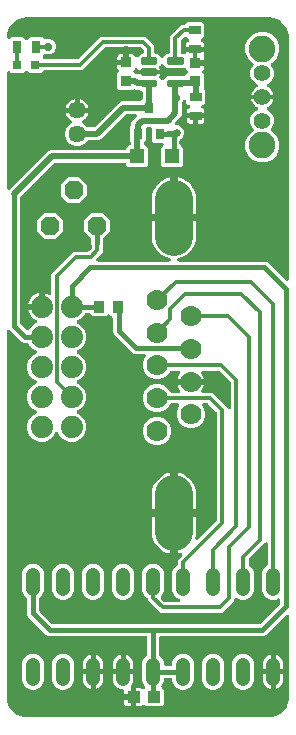
<source format=gtl>
G04 EAGLE Gerber RS-274X export*
G75*
%MOMM*%
%FSLAX34Y34*%
%LPD*%
%INTop Copper*%
%IPPOS*%
%AMOC8*
5,1,8,0,0,1.08239X$1,22.5*%
G01*
%ADD10R,0.935400X1.011200*%
%ADD11R,0.853800X1.011200*%
%ADD12C,1.778000*%
%ADD13C,3.200000*%
%ADD14C,0.298900*%
%ADD15R,0.970200X0.920900*%
%ADD16R,1.250000X1.220000*%
%ADD17R,0.800000X0.950000*%
%ADD18R,0.973900X0.798700*%
%ADD19C,1.400000*%
%ADD20C,2.250000*%
%ADD21R,0.798700X0.973900*%
%ADD22R,0.800000X0.800000*%
%ADD23C,1.450000*%
%ADD24C,1.219200*%
%ADD25R,1.100000X1.000000*%
%ADD26P,1.732040X8X22.500000*%
%ADD27C,1.879600*%
%ADD28C,0.300000*%
%ADD29C,0.704800*%
%ADD30C,0.400000*%
%ADD31C,0.654800*%
%ADD32C,0.500000*%

G36*
X225833Y3640D02*
X225833Y3640D01*
X225918Y3640D01*
X228243Y3823D01*
X228316Y3838D01*
X228390Y3842D01*
X228574Y3888D01*
X228582Y3890D01*
X228585Y3891D01*
X228589Y3892D01*
X233012Y5329D01*
X233132Y5385D01*
X233256Y5433D01*
X233303Y5463D01*
X233326Y5473D01*
X233352Y5494D01*
X233430Y5542D01*
X237192Y8276D01*
X237290Y8366D01*
X237392Y8450D01*
X237428Y8493D01*
X237447Y8510D01*
X237465Y8538D01*
X237524Y8608D01*
X240258Y12370D01*
X240323Y12486D01*
X240394Y12598D01*
X240415Y12649D01*
X240427Y12671D01*
X240437Y12703D01*
X240471Y12788D01*
X241908Y17211D01*
X241923Y17284D01*
X241947Y17354D01*
X241974Y17542D01*
X241976Y17550D01*
X241976Y17553D01*
X241977Y17557D01*
X242160Y19882D01*
X242158Y19915D01*
X242164Y20000D01*
X242164Y89373D01*
X242152Y89476D01*
X242150Y89581D01*
X242132Y89648D01*
X242124Y89716D01*
X242089Y89814D01*
X242063Y89915D01*
X242030Y89976D01*
X242007Y90041D01*
X241950Y90129D01*
X241901Y90221D01*
X241856Y90273D01*
X241818Y90331D01*
X241743Y90403D01*
X241674Y90482D01*
X241618Y90522D01*
X241568Y90570D01*
X241478Y90622D01*
X241393Y90683D01*
X241329Y90710D01*
X241270Y90745D01*
X241170Y90775D01*
X241074Y90815D01*
X241005Y90826D01*
X240939Y90847D01*
X240835Y90854D01*
X240732Y90870D01*
X240663Y90866D01*
X240594Y90870D01*
X240492Y90853D01*
X240387Y90846D01*
X240321Y90825D01*
X240253Y90814D01*
X240157Y90774D01*
X240057Y90743D01*
X239998Y90708D01*
X239934Y90682D01*
X239849Y90621D01*
X239760Y90568D01*
X239681Y90499D01*
X239654Y90479D01*
X239639Y90462D01*
X239605Y90433D01*
X224250Y75078D01*
X222633Y73461D01*
X220795Y72699D01*
X133900Y72699D01*
X133865Y72695D01*
X133829Y72698D01*
X133693Y72675D01*
X133557Y72659D01*
X133523Y72647D01*
X133488Y72642D01*
X133361Y72589D01*
X133231Y72542D01*
X133202Y72523D01*
X133169Y72509D01*
X133057Y72428D01*
X132942Y72353D01*
X132917Y72327D01*
X132889Y72307D01*
X132798Y72203D01*
X132703Y72103D01*
X132685Y72072D01*
X132662Y72046D01*
X132598Y71923D01*
X132528Y71805D01*
X132518Y71771D01*
X132501Y71739D01*
X132467Y71606D01*
X132426Y71474D01*
X132424Y71439D01*
X132415Y71405D01*
X132401Y71200D01*
X132401Y56981D01*
X132417Y56843D01*
X132427Y56703D01*
X132437Y56671D01*
X132441Y56638D01*
X132488Y56507D01*
X132529Y56373D01*
X132547Y56344D01*
X132558Y56312D01*
X132634Y56196D01*
X132705Y56076D01*
X132735Y56041D01*
X132747Y56023D01*
X132771Y56000D01*
X132840Y55921D01*
X135112Y53649D01*
X136497Y50305D01*
X136497Y48900D01*
X136501Y48865D01*
X136498Y48829D01*
X136521Y48693D01*
X136537Y48557D01*
X136549Y48523D01*
X136554Y48488D01*
X136607Y48361D01*
X136654Y48231D01*
X136673Y48202D01*
X136687Y48169D01*
X136768Y48057D01*
X136843Y47942D01*
X136869Y47917D01*
X136889Y47889D01*
X136993Y47798D01*
X137093Y47703D01*
X137124Y47685D01*
X137150Y47662D01*
X137273Y47598D01*
X137391Y47528D01*
X137425Y47518D01*
X137457Y47501D01*
X137590Y47467D01*
X137722Y47426D01*
X137757Y47424D01*
X137791Y47415D01*
X137996Y47401D01*
X142204Y47401D01*
X142239Y47405D01*
X142275Y47402D01*
X142411Y47425D01*
X142547Y47441D01*
X142581Y47453D01*
X142616Y47458D01*
X142743Y47511D01*
X142873Y47558D01*
X142902Y47577D01*
X142935Y47591D01*
X143047Y47672D01*
X143162Y47747D01*
X143187Y47773D01*
X143215Y47793D01*
X143306Y47897D01*
X143401Y47997D01*
X143419Y48028D01*
X143442Y48054D01*
X143506Y48177D01*
X143576Y48295D01*
X143586Y48329D01*
X143603Y48361D01*
X143637Y48494D01*
X143678Y48626D01*
X143680Y48661D01*
X143689Y48695D01*
X143703Y48900D01*
X143703Y50305D01*
X145088Y53649D01*
X147647Y56208D01*
X150991Y57593D01*
X154609Y57593D01*
X157953Y56208D01*
X160512Y53649D01*
X161897Y50305D01*
X161897Y34495D01*
X160512Y31151D01*
X157953Y28592D01*
X154609Y27207D01*
X150991Y27207D01*
X147647Y28592D01*
X145088Y31151D01*
X143703Y34495D01*
X143703Y35900D01*
X143699Y35935D01*
X143702Y35971D01*
X143679Y36107D01*
X143663Y36243D01*
X143651Y36277D01*
X143646Y36312D01*
X143593Y36439D01*
X143546Y36569D01*
X143527Y36598D01*
X143513Y36631D01*
X143432Y36743D01*
X143357Y36858D01*
X143331Y36883D01*
X143311Y36911D01*
X143207Y37002D01*
X143107Y37097D01*
X143076Y37115D01*
X143050Y37138D01*
X142927Y37202D01*
X142809Y37272D01*
X142775Y37282D01*
X142743Y37299D01*
X142610Y37333D01*
X142478Y37374D01*
X142443Y37376D01*
X142409Y37385D01*
X142204Y37399D01*
X137996Y37399D01*
X137961Y37395D01*
X137925Y37398D01*
X137789Y37375D01*
X137653Y37359D01*
X137619Y37347D01*
X137584Y37342D01*
X137457Y37289D01*
X137327Y37242D01*
X137298Y37223D01*
X137265Y37209D01*
X137153Y37128D01*
X137038Y37053D01*
X137013Y37027D01*
X136985Y37007D01*
X136894Y36903D01*
X136799Y36803D01*
X136781Y36772D01*
X136758Y36746D01*
X136694Y36623D01*
X136624Y36505D01*
X136614Y36471D01*
X136597Y36439D01*
X136563Y36306D01*
X136522Y36174D01*
X136520Y36139D01*
X136511Y36105D01*
X136497Y35900D01*
X136497Y34495D01*
X135112Y31151D01*
X134762Y30802D01*
X134740Y30774D01*
X134714Y30750D01*
X134633Y30638D01*
X134548Y30531D01*
X134533Y30498D01*
X134512Y30470D01*
X134459Y30342D01*
X134401Y30218D01*
X134393Y30183D01*
X134380Y30150D01*
X134358Y30014D01*
X134330Y29879D01*
X134330Y29844D01*
X134325Y29809D01*
X134334Y29671D01*
X134338Y29534D01*
X134347Y29499D01*
X134349Y29464D01*
X134390Y29332D01*
X134425Y29199D01*
X134441Y29168D01*
X134452Y29134D01*
X134522Y29015D01*
X134586Y28893D01*
X134609Y28867D01*
X134628Y28836D01*
X134762Y28681D01*
X136201Y27243D01*
X136201Y14757D01*
X134443Y12999D01*
X120957Y12999D01*
X119935Y14021D01*
X119907Y14044D01*
X119884Y14070D01*
X119772Y14151D01*
X119664Y14236D01*
X119632Y14251D01*
X119603Y14272D01*
X119476Y14324D01*
X119351Y14383D01*
X119316Y14390D01*
X119283Y14404D01*
X119147Y14426D01*
X119013Y14454D01*
X118977Y14453D01*
X118942Y14459D01*
X118805Y14449D01*
X118667Y14446D01*
X118632Y14437D01*
X118597Y14435D01*
X118466Y14394D01*
X118332Y14359D01*
X118301Y14342D01*
X118267Y14332D01*
X118148Y14262D01*
X118027Y14198D01*
X118000Y14174D01*
X117969Y14156D01*
X117815Y14021D01*
X117760Y13967D01*
X117181Y13632D01*
X116535Y13459D01*
X113199Y13459D01*
X113199Y20000D01*
X113195Y20035D01*
X113198Y20070D01*
X113175Y20206D01*
X113159Y20343D01*
X113147Y20377D01*
X113142Y20412D01*
X113089Y20539D01*
X113042Y20668D01*
X113023Y20698D01*
X113009Y20731D01*
X112928Y20843D01*
X112853Y20958D01*
X112827Y20982D01*
X112810Y21006D01*
X112897Y21097D01*
X112915Y21128D01*
X112938Y21155D01*
X113002Y21277D01*
X113072Y21395D01*
X113082Y21429D01*
X113099Y21461D01*
X113133Y21594D01*
X113174Y21726D01*
X113176Y21761D01*
X113185Y21796D01*
X113199Y22000D01*
X113199Y28541D01*
X116535Y28541D01*
X117181Y28368D01*
X117760Y28033D01*
X117815Y27979D01*
X117842Y27957D01*
X117866Y27930D01*
X117978Y27849D01*
X118086Y27764D01*
X118118Y27749D01*
X118147Y27728D01*
X118274Y27675D01*
X118399Y27617D01*
X118433Y27610D01*
X118466Y27596D01*
X118602Y27574D01*
X118737Y27546D01*
X118772Y27547D01*
X118807Y27541D01*
X118945Y27551D01*
X119083Y27554D01*
X119117Y27563D01*
X119152Y27565D01*
X119284Y27606D01*
X119417Y27641D01*
X119449Y27658D01*
X119482Y27668D01*
X119601Y27738D01*
X119723Y27802D01*
X119750Y27826D01*
X119780Y27844D01*
X119935Y27979D01*
X120338Y28381D01*
X120360Y28409D01*
X120386Y28432D01*
X120467Y28544D01*
X120552Y28652D01*
X120567Y28684D01*
X120588Y28713D01*
X120641Y28841D01*
X120699Y28965D01*
X120706Y29000D01*
X120720Y29033D01*
X120742Y29169D01*
X120770Y29304D01*
X120770Y29339D01*
X120775Y29374D01*
X120766Y29512D01*
X120762Y29649D01*
X120753Y29684D01*
X120751Y29719D01*
X120710Y29851D01*
X120675Y29984D01*
X120659Y30015D01*
X120648Y30049D01*
X120578Y30168D01*
X120514Y30290D01*
X120491Y30316D01*
X120472Y30347D01*
X120338Y30502D01*
X119688Y31151D01*
X118303Y34495D01*
X118303Y50305D01*
X119688Y53649D01*
X121960Y55921D01*
X122047Y56030D01*
X122138Y56135D01*
X122154Y56165D01*
X122175Y56192D01*
X122234Y56318D01*
X122299Y56442D01*
X122307Y56474D01*
X122322Y56505D01*
X122350Y56641D01*
X122385Y56776D01*
X122388Y56821D01*
X122393Y56843D01*
X122392Y56877D01*
X122399Y56981D01*
X122399Y71200D01*
X122395Y71235D01*
X122398Y71271D01*
X122375Y71407D01*
X122359Y71543D01*
X122347Y71577D01*
X122342Y71612D01*
X122289Y71739D01*
X122242Y71869D01*
X122223Y71898D01*
X122209Y71931D01*
X122128Y72043D01*
X122053Y72158D01*
X122027Y72183D01*
X122007Y72211D01*
X121903Y72302D01*
X121803Y72397D01*
X121772Y72415D01*
X121746Y72438D01*
X121623Y72502D01*
X121505Y72572D01*
X121471Y72582D01*
X121439Y72599D01*
X121306Y72633D01*
X121174Y72674D01*
X121139Y72676D01*
X121105Y72685D01*
X120900Y72699D01*
X38805Y72699D01*
X36967Y73461D01*
X21561Y88867D01*
X20799Y90705D01*
X20799Y104019D01*
X20783Y104157D01*
X20773Y104297D01*
X20763Y104329D01*
X20759Y104362D01*
X20712Y104494D01*
X20671Y104627D01*
X20653Y104656D01*
X20642Y104688D01*
X20566Y104805D01*
X20495Y104924D01*
X20465Y104959D01*
X20453Y104977D01*
X20429Y105001D01*
X20360Y105079D01*
X18088Y107351D01*
X16703Y110695D01*
X16703Y126505D01*
X18088Y129849D01*
X20647Y132408D01*
X23991Y133793D01*
X27609Y133793D01*
X30953Y132408D01*
X33512Y129849D01*
X34897Y126505D01*
X34897Y110695D01*
X33512Y107351D01*
X31240Y105079D01*
X31153Y104970D01*
X31062Y104865D01*
X31046Y104835D01*
X31025Y104808D01*
X30966Y104682D01*
X30901Y104558D01*
X30893Y104526D01*
X30878Y104495D01*
X30850Y104359D01*
X30815Y104224D01*
X30812Y104179D01*
X30807Y104157D01*
X30808Y104123D01*
X30801Y104019D01*
X30801Y94392D01*
X30817Y94254D01*
X30827Y94115D01*
X30837Y94082D01*
X30841Y94049D01*
X30888Y93918D01*
X30929Y93785D01*
X30947Y93756D01*
X30958Y93724D01*
X31034Y93607D01*
X31105Y93487D01*
X31135Y93453D01*
X31147Y93434D01*
X31171Y93411D01*
X31240Y93332D01*
X41432Y83140D01*
X41541Y83053D01*
X41647Y82962D01*
X41677Y82946D01*
X41703Y82925D01*
X41829Y82866D01*
X41953Y82801D01*
X41986Y82793D01*
X42016Y82778D01*
X42153Y82750D01*
X42288Y82715D01*
X42333Y82712D01*
X42355Y82707D01*
X42388Y82708D01*
X42492Y82701D01*
X217108Y82701D01*
X217246Y82717D01*
X217385Y82727D01*
X217418Y82737D01*
X217451Y82741D01*
X217582Y82788D01*
X217715Y82829D01*
X217744Y82847D01*
X217776Y82858D01*
X217893Y82934D01*
X218013Y83005D01*
X218047Y83035D01*
X218066Y83047D01*
X218089Y83071D01*
X218168Y83140D01*
X234560Y99532D01*
X234647Y99641D01*
X234738Y99747D01*
X234754Y99777D01*
X234775Y99803D01*
X234834Y99929D01*
X234899Y100053D01*
X234907Y100086D01*
X234922Y100116D01*
X234950Y100253D01*
X234985Y100388D01*
X234988Y100433D01*
X234993Y100455D01*
X234992Y100488D01*
X234999Y100592D01*
X234999Y102899D01*
X234981Y103054D01*
X234967Y103210D01*
X234961Y103226D01*
X234959Y103242D01*
X234906Y103389D01*
X234857Y103537D01*
X234848Y103552D01*
X234842Y103568D01*
X234757Y103698D01*
X234674Y103831D01*
X234662Y103843D01*
X234653Y103857D01*
X234540Y103965D01*
X234430Y104075D01*
X234415Y104084D01*
X234403Y104096D01*
X234269Y104174D01*
X234135Y104257D01*
X234119Y104262D01*
X234105Y104271D01*
X233956Y104317D01*
X233807Y104366D01*
X233791Y104368D01*
X233774Y104373D01*
X233618Y104384D01*
X233463Y104398D01*
X233446Y104395D01*
X233429Y104397D01*
X233275Y104371D01*
X233121Y104349D01*
X233100Y104342D01*
X233088Y104341D01*
X233063Y104330D01*
X232926Y104284D01*
X230809Y103407D01*
X227191Y103407D01*
X223847Y104792D01*
X221288Y107351D01*
X219903Y110695D01*
X219903Y126505D01*
X221288Y129849D01*
X224058Y132619D01*
X224084Y132652D01*
X224124Y132688D01*
X224177Y132764D01*
X224238Y132834D01*
X224257Y132870D01*
X224273Y132890D01*
X224289Y132925D01*
X224321Y132972D01*
X224356Y133058D01*
X224399Y133140D01*
X224409Y133181D01*
X224420Y133203D01*
X224427Y133239D01*
X224449Y133293D01*
X224462Y133385D01*
X224485Y133475D01*
X224489Y133534D01*
X224491Y133541D01*
X224491Y133552D01*
X224494Y133604D01*
X224499Y133635D01*
X224497Y133651D01*
X224499Y133680D01*
X224499Y150417D01*
X224487Y150520D01*
X224485Y150625D01*
X224467Y150692D01*
X224459Y150760D01*
X224424Y150858D01*
X224398Y150959D01*
X224365Y151020D01*
X224342Y151085D01*
X224285Y151173D01*
X224236Y151265D01*
X224191Y151317D01*
X224153Y151375D01*
X224078Y151447D01*
X224009Y151526D01*
X223953Y151566D01*
X223903Y151614D01*
X223813Y151666D01*
X223728Y151727D01*
X223664Y151754D01*
X223605Y151789D01*
X223505Y151819D01*
X223409Y151859D01*
X223340Y151870D01*
X223274Y151891D01*
X223170Y151898D01*
X223067Y151915D01*
X222998Y151910D01*
X222929Y151914D01*
X222827Y151898D01*
X222722Y151890D01*
X222656Y151870D01*
X222588Y151858D01*
X222492Y151818D01*
X222392Y151787D01*
X222333Y151752D01*
X222269Y151726D01*
X222184Y151665D01*
X222095Y151612D01*
X222016Y151543D01*
X221989Y151524D01*
X221974Y151507D01*
X221940Y151477D01*
X219025Y148562D01*
X208540Y138077D01*
X208463Y137980D01*
X208455Y137972D01*
X208452Y137966D01*
X208362Y137862D01*
X208346Y137832D01*
X208325Y137806D01*
X208266Y137680D01*
X208201Y137556D01*
X208193Y137523D01*
X208178Y137493D01*
X208150Y137357D01*
X208115Y137221D01*
X208112Y137176D01*
X208107Y137155D01*
X208108Y137121D01*
X208101Y137017D01*
X208101Y133680D01*
X208111Y133588D01*
X208112Y133495D01*
X208126Y133437D01*
X208129Y133401D01*
X208136Y133379D01*
X208141Y133336D01*
X208172Y133249D01*
X208194Y133159D01*
X208220Y133107D01*
X208232Y133071D01*
X208244Y133050D01*
X208258Y133011D01*
X208309Y132933D01*
X208351Y132850D01*
X208387Y132808D01*
X208407Y132773D01*
X208431Y132747D01*
X208447Y132722D01*
X208480Y132690D01*
X208542Y132619D01*
X208573Y132588D01*
X208574Y132586D01*
X208575Y132586D01*
X211312Y129849D01*
X212697Y126505D01*
X212697Y110695D01*
X211312Y107351D01*
X208753Y104792D01*
X205409Y103407D01*
X201791Y103407D01*
X198174Y104905D01*
X198024Y104948D01*
X197874Y104994D01*
X197857Y104995D01*
X197841Y105000D01*
X197686Y105007D01*
X197529Y105018D01*
X197513Y105015D01*
X197496Y105016D01*
X197342Y104987D01*
X197188Y104962D01*
X197173Y104955D01*
X197156Y104952D01*
X197013Y104889D01*
X196869Y104829D01*
X196855Y104819D01*
X196840Y104812D01*
X196715Y104718D01*
X196589Y104627D01*
X196577Y104614D01*
X196564Y104604D01*
X196464Y104483D01*
X196362Y104366D01*
X196354Y104351D01*
X196343Y104338D01*
X196274Y104198D01*
X196201Y104060D01*
X196197Y104043D01*
X196189Y104028D01*
X196154Y103877D01*
X196115Y103725D01*
X196113Y103703D01*
X196111Y103692D01*
X196111Y103664D01*
X196101Y103520D01*
X196101Y102636D01*
X185764Y92299D01*
X133436Y92299D01*
X122899Y102836D01*
X122899Y103520D01*
X122889Y103612D01*
X122888Y103705D01*
X122874Y103763D01*
X122871Y103799D01*
X122864Y103821D01*
X122859Y103864D01*
X122828Y103951D01*
X122806Y104041D01*
X122780Y104093D01*
X122768Y104129D01*
X122756Y104150D01*
X122742Y104189D01*
X122691Y104267D01*
X122649Y104350D01*
X122613Y104392D01*
X122593Y104427D01*
X122569Y104453D01*
X122553Y104478D01*
X122520Y104510D01*
X122458Y104581D01*
X122427Y104612D01*
X122426Y104614D01*
X122425Y104614D01*
X119688Y107351D01*
X118303Y110695D01*
X118303Y126505D01*
X119688Y129849D01*
X122247Y132408D01*
X125591Y133793D01*
X129209Y133793D01*
X132553Y132408D01*
X135112Y129849D01*
X136497Y126505D01*
X136497Y110695D01*
X135112Y107351D01*
X134173Y106412D01*
X134151Y106384D01*
X134124Y106361D01*
X134044Y106249D01*
X133958Y106141D01*
X133943Y106109D01*
X133923Y106080D01*
X133870Y105953D01*
X133811Y105828D01*
X133804Y105794D01*
X133791Y105761D01*
X133769Y105624D01*
X133740Y105490D01*
X133741Y105455D01*
X133735Y105419D01*
X133745Y105282D01*
X133748Y105144D01*
X133757Y105110D01*
X133760Y105075D01*
X133801Y104943D01*
X133835Y104810D01*
X133852Y104778D01*
X133863Y104744D01*
X133933Y104625D01*
X133997Y104504D01*
X134020Y104477D01*
X134038Y104447D01*
X134173Y104292D01*
X136725Y101740D01*
X136834Y101653D01*
X136940Y101562D01*
X136970Y101546D01*
X136996Y101525D01*
X137122Y101466D01*
X137246Y101401D01*
X137279Y101393D01*
X137309Y101378D01*
X137445Y101350D01*
X137581Y101315D01*
X137626Y101312D01*
X137648Y101307D01*
X137681Y101308D01*
X137785Y101301D01*
X148539Y101301D01*
X148591Y101307D01*
X148643Y101304D01*
X148762Y101327D01*
X148882Y101341D01*
X148932Y101358D01*
X148983Y101368D01*
X149094Y101417D01*
X149208Y101458D01*
X149251Y101487D01*
X149299Y101508D01*
X149396Y101581D01*
X149497Y101647D01*
X149533Y101685D01*
X149575Y101716D01*
X149652Y101809D01*
X149736Y101897D01*
X149762Y101942D01*
X149796Y101982D01*
X149850Y102091D01*
X149911Y102195D01*
X149926Y102245D01*
X149950Y102292D01*
X149977Y102410D01*
X150013Y102526D01*
X150016Y102578D01*
X150028Y102629D01*
X150028Y102750D01*
X150037Y102871D01*
X150028Y102922D01*
X150028Y102974D01*
X150000Y103092D01*
X149981Y103212D01*
X149961Y103260D01*
X149948Y103311D01*
X149894Y103419D01*
X149848Y103531D01*
X149817Y103573D01*
X149794Y103620D01*
X149716Y103713D01*
X149646Y103811D01*
X149606Y103846D01*
X149573Y103886D01*
X149476Y103959D01*
X149385Y104038D01*
X149338Y104062D01*
X149296Y104094D01*
X149113Y104185D01*
X147647Y104792D01*
X145088Y107351D01*
X143703Y110695D01*
X143703Y126505D01*
X145088Y129849D01*
X147858Y132619D01*
X147884Y132652D01*
X147924Y132688D01*
X147977Y132764D01*
X148038Y132834D01*
X148057Y132870D01*
X148073Y132890D01*
X148089Y132925D01*
X148121Y132972D01*
X148156Y133058D01*
X148199Y133140D01*
X148209Y133181D01*
X148220Y133203D01*
X148227Y133239D01*
X148249Y133293D01*
X148262Y133385D01*
X148285Y133475D01*
X148289Y133534D01*
X148291Y133541D01*
X148291Y133552D01*
X148294Y133604D01*
X148299Y133635D01*
X148297Y133651D01*
X148299Y133680D01*
X148299Y137264D01*
X151480Y140445D01*
X151559Y140545D01*
X151644Y140640D01*
X151666Y140680D01*
X151695Y140716D01*
X151749Y140831D01*
X151810Y140943D01*
X151822Y140988D01*
X151842Y141029D01*
X151868Y141154D01*
X151902Y141276D01*
X151904Y141322D01*
X151913Y141368D01*
X151910Y141495D01*
X151915Y141622D01*
X151906Y141667D01*
X151905Y141713D01*
X151873Y141836D01*
X151848Y141961D01*
X151829Y142003D01*
X151818Y142048D01*
X151759Y142160D01*
X151706Y142276D01*
X151678Y142313D01*
X151656Y142354D01*
X151573Y142449D01*
X151495Y142550D01*
X151459Y142580D01*
X151429Y142614D01*
X151326Y142688D01*
X151227Y142769D01*
X151186Y142789D01*
X151148Y142816D01*
X151031Y142865D01*
X150916Y142920D01*
X150871Y142930D01*
X150829Y142948D01*
X150703Y142968D01*
X150579Y142996D01*
X150533Y142996D01*
X150488Y143003D01*
X150360Y142994D01*
X150233Y142993D01*
X150171Y142981D01*
X150143Y142979D01*
X150112Y142969D01*
X150032Y142954D01*
X148625Y142577D01*
X147999Y142494D01*
X147999Y173801D01*
X163541Y173801D01*
X163541Y159585D01*
X163223Y157175D01*
X162846Y155768D01*
X162828Y155642D01*
X162802Y155518D01*
X162803Y155471D01*
X162796Y155426D01*
X162807Y155299D01*
X162810Y155172D01*
X162821Y155127D01*
X162825Y155081D01*
X162865Y154960D01*
X162897Y154837D01*
X162918Y154797D01*
X162933Y154753D01*
X162999Y154644D01*
X163058Y154532D01*
X163089Y154497D01*
X163113Y154457D01*
X163202Y154367D01*
X163286Y154271D01*
X163323Y154244D01*
X163355Y154211D01*
X163463Y154144D01*
X163566Y154069D01*
X163609Y154052D01*
X163648Y154027D01*
X163768Y153986D01*
X163886Y153937D01*
X163932Y153930D01*
X163975Y153915D01*
X164101Y153902D01*
X164227Y153882D01*
X164273Y153885D01*
X164319Y153881D01*
X164445Y153898D01*
X164572Y153906D01*
X164616Y153920D01*
X164662Y153926D01*
X164781Y153971D01*
X164902Y154009D01*
X164942Y154033D01*
X164985Y154049D01*
X165090Y154120D01*
X165200Y154185D01*
X165248Y154227D01*
X165272Y154243D01*
X165293Y154266D01*
X165355Y154320D01*
X180960Y169925D01*
X181047Y170034D01*
X181138Y170140D01*
X181154Y170170D01*
X181175Y170196D01*
X181234Y170322D01*
X181299Y170446D01*
X181307Y170479D01*
X181322Y170509D01*
X181350Y170645D01*
X181385Y170781D01*
X181388Y170826D01*
X181393Y170848D01*
X181392Y170881D01*
X181399Y170985D01*
X181399Y261315D01*
X181383Y261453D01*
X181373Y261592D01*
X181363Y261625D01*
X181359Y261658D01*
X181312Y261789D01*
X181271Y261922D01*
X181253Y261952D01*
X181242Y261983D01*
X181166Y262100D01*
X181095Y262220D01*
X181065Y262254D01*
X181053Y262273D01*
X181029Y262296D01*
X180960Y262375D01*
X174175Y269160D01*
X174066Y269247D01*
X173960Y269338D01*
X173930Y269354D01*
X173904Y269375D01*
X173778Y269434D01*
X173654Y269499D01*
X173621Y269507D01*
X173591Y269522D01*
X173455Y269550D01*
X173319Y269585D01*
X173274Y269588D01*
X173252Y269593D01*
X173219Y269592D01*
X173115Y269599D01*
X170286Y269599D01*
X170183Y269587D01*
X170078Y269585D01*
X170011Y269567D01*
X169943Y269559D01*
X169845Y269524D01*
X169744Y269498D01*
X169683Y269465D01*
X169618Y269442D01*
X169530Y269385D01*
X169438Y269336D01*
X169386Y269291D01*
X169328Y269253D01*
X169256Y269178D01*
X169177Y269109D01*
X169137Y269053D01*
X169089Y269003D01*
X169037Y268913D01*
X168976Y268828D01*
X168949Y268764D01*
X168914Y268705D01*
X168884Y268605D01*
X168844Y268509D01*
X168833Y268440D01*
X168812Y268374D01*
X168805Y268270D01*
X168789Y268167D01*
X168793Y268098D01*
X168789Y268029D01*
X168806Y267926D01*
X168813Y267822D01*
X168833Y267756D01*
X168845Y267688D01*
X168885Y267592D01*
X168916Y267492D01*
X168951Y267433D01*
X168977Y267369D01*
X169038Y267284D01*
X169091Y267194D01*
X169160Y267116D01*
X169180Y267089D01*
X169197Y267074D01*
X169226Y267040D01*
X169280Y266986D01*
X171091Y262615D01*
X171091Y257885D01*
X169280Y253514D01*
X165936Y250170D01*
X161565Y248359D01*
X156835Y248359D01*
X152464Y250170D01*
X149120Y253514D01*
X147309Y257885D01*
X147309Y262615D01*
X149120Y266986D01*
X149174Y267040D01*
X149239Y267122D01*
X149311Y267197D01*
X149346Y267257D01*
X149388Y267311D01*
X149433Y267405D01*
X149486Y267495D01*
X149506Y267561D01*
X149535Y267624D01*
X149557Y267726D01*
X149588Y267826D01*
X149592Y267895D01*
X149607Y267962D01*
X149604Y268066D01*
X149611Y268171D01*
X149600Y268239D01*
X149599Y268308D01*
X149572Y268409D01*
X149555Y268512D01*
X149529Y268576D01*
X149511Y268642D01*
X149463Y268735D01*
X149423Y268831D01*
X149382Y268887D01*
X149350Y268948D01*
X149281Y269027D01*
X149220Y269111D01*
X149168Y269157D01*
X149123Y269209D01*
X149038Y269270D01*
X148959Y269338D01*
X148898Y269370D01*
X148842Y269410D01*
X148746Y269450D01*
X148653Y269499D01*
X148586Y269516D01*
X148522Y269542D01*
X148420Y269559D01*
X148318Y269585D01*
X148214Y269592D01*
X148181Y269598D01*
X148159Y269596D01*
X148114Y269599D01*
X142808Y269599D01*
X142721Y269589D01*
X142633Y269589D01*
X142550Y269569D01*
X142464Y269559D01*
X142382Y269530D01*
X142297Y269510D01*
X142220Y269471D01*
X142139Y269442D01*
X142066Y269394D01*
X141988Y269355D01*
X141922Y269300D01*
X141850Y269253D01*
X141789Y269190D01*
X141722Y269134D01*
X141670Y269065D01*
X141611Y269003D01*
X141567Y268927D01*
X141514Y268857D01*
X141450Y268729D01*
X141436Y268705D01*
X141433Y268693D01*
X141423Y268674D01*
X140880Y267364D01*
X137536Y264020D01*
X133165Y262209D01*
X128435Y262209D01*
X124064Y264020D01*
X120720Y267364D01*
X118909Y271735D01*
X118909Y276465D01*
X120720Y280836D01*
X124064Y284180D01*
X128435Y285991D01*
X133165Y285991D01*
X137536Y284180D01*
X140880Y280836D01*
X141423Y279526D01*
X141465Y279450D01*
X141499Y279369D01*
X141549Y279299D01*
X141591Y279224D01*
X141650Y279160D01*
X141701Y279089D01*
X141766Y279032D01*
X141824Y278969D01*
X141896Y278919D01*
X141962Y278862D01*
X142039Y278822D01*
X142109Y278773D01*
X142191Y278742D01*
X142268Y278701D01*
X142352Y278680D01*
X142432Y278649D01*
X142518Y278637D01*
X142603Y278615D01*
X142747Y278605D01*
X142774Y278601D01*
X142786Y278602D01*
X142808Y278601D01*
X148921Y278601D01*
X149080Y278619D01*
X149238Y278635D01*
X149251Y278639D01*
X149264Y278641D01*
X149415Y278695D01*
X149565Y278746D01*
X149577Y278753D01*
X149590Y278758D01*
X149723Y278845D01*
X149858Y278930D01*
X149868Y278940D01*
X149879Y278947D01*
X149989Y279062D01*
X150102Y279176D01*
X150109Y279187D01*
X150118Y279197D01*
X150199Y279334D01*
X150282Y279471D01*
X150286Y279484D01*
X150293Y279495D01*
X150340Y279648D01*
X150390Y279799D01*
X150391Y279813D01*
X150395Y279826D01*
X150406Y279985D01*
X150420Y280144D01*
X150418Y280157D01*
X150419Y280171D01*
X150393Y280328D01*
X150370Y280486D01*
X150365Y280498D01*
X150363Y280512D01*
X150302Y280659D01*
X150243Y280807D01*
X150234Y280822D01*
X150230Y280831D01*
X150216Y280851D01*
X150134Y280981D01*
X149424Y281959D01*
X148607Y283562D01*
X148051Y285273D01*
X148023Y285451D01*
X158200Y285451D01*
X158235Y285455D01*
X158270Y285452D01*
X158406Y285475D01*
X158543Y285491D01*
X158577Y285503D01*
X158612Y285508D01*
X158739Y285561D01*
X158868Y285608D01*
X158898Y285627D01*
X158931Y285641D01*
X159043Y285722D01*
X159158Y285797D01*
X159182Y285823D01*
X159206Y285840D01*
X159297Y285753D01*
X159328Y285735D01*
X159355Y285712D01*
X159477Y285648D01*
X159595Y285578D01*
X159629Y285568D01*
X159661Y285551D01*
X159794Y285517D01*
X159926Y285476D01*
X159961Y285474D01*
X159996Y285465D01*
X160200Y285451D01*
X170377Y285451D01*
X170349Y285273D01*
X169793Y283562D01*
X168976Y281959D01*
X168266Y280981D01*
X168188Y280842D01*
X168107Y280705D01*
X168103Y280692D01*
X168096Y280680D01*
X168052Y280527D01*
X168005Y280374D01*
X168004Y280361D01*
X168000Y280348D01*
X167992Y280188D01*
X167981Y280029D01*
X167984Y280016D01*
X167983Y280003D01*
X168012Y279845D01*
X168037Y279688D01*
X168043Y279676D01*
X168045Y279662D01*
X168109Y279516D01*
X168170Y279369D01*
X168178Y279358D01*
X168183Y279346D01*
X168279Y279218D01*
X168372Y279089D01*
X168383Y279080D01*
X168391Y279069D01*
X168513Y278967D01*
X168633Y278862D01*
X168645Y278856D01*
X168656Y278847D01*
X168799Y278775D01*
X168939Y278701D01*
X168953Y278698D01*
X168965Y278692D01*
X169120Y278655D01*
X169274Y278615D01*
X169292Y278614D01*
X169301Y278611D01*
X169326Y278611D01*
X169479Y278601D01*
X177464Y278601D01*
X187325Y268740D01*
X190816Y265249D01*
X190898Y265184D01*
X190973Y265112D01*
X191033Y265077D01*
X191087Y265034D01*
X191181Y264990D01*
X191271Y264937D01*
X191337Y264917D01*
X191400Y264888D01*
X191502Y264866D01*
X191602Y264835D01*
X191671Y264831D01*
X191738Y264816D01*
X191842Y264819D01*
X191947Y264812D01*
X192015Y264823D01*
X192084Y264824D01*
X192185Y264851D01*
X192288Y264868D01*
X192352Y264894D01*
X192418Y264912D01*
X192511Y264960D01*
X192607Y265000D01*
X192663Y265041D01*
X192724Y265073D01*
X192803Y265142D01*
X192887Y265203D01*
X192933Y265255D01*
X192985Y265300D01*
X193046Y265385D01*
X193114Y265464D01*
X193146Y265525D01*
X193187Y265581D01*
X193226Y265677D01*
X193275Y265770D01*
X193292Y265837D01*
X193318Y265901D01*
X193335Y266003D01*
X193361Y266105D01*
X193368Y266209D01*
X193374Y266242D01*
X193372Y266264D01*
X193375Y266309D01*
X193375Y286639D01*
X193359Y286777D01*
X193349Y286916D01*
X193339Y286949D01*
X193335Y286982D01*
X193288Y287113D01*
X193247Y287246D01*
X193229Y287276D01*
X193218Y287307D01*
X193142Y287424D01*
X193071Y287544D01*
X193041Y287578D01*
X193029Y287597D01*
X193005Y287620D01*
X192936Y287699D01*
X183775Y296860D01*
X183666Y296947D01*
X183560Y297038D01*
X183530Y297054D01*
X183504Y297075D01*
X183378Y297134D01*
X183254Y297199D01*
X183221Y297207D01*
X183191Y297222D01*
X183055Y297250D01*
X182919Y297285D01*
X182874Y297288D01*
X182852Y297293D01*
X182819Y297292D01*
X182715Y297299D01*
X169479Y297299D01*
X169320Y297281D01*
X169162Y297265D01*
X169149Y297261D01*
X169136Y297259D01*
X168985Y297205D01*
X168835Y297154D01*
X168823Y297147D01*
X168810Y297142D01*
X168677Y297055D01*
X168542Y296970D01*
X168532Y296960D01*
X168521Y296953D01*
X168411Y296838D01*
X168298Y296724D01*
X168291Y296713D01*
X168282Y296703D01*
X168201Y296566D01*
X168118Y296429D01*
X168114Y296416D01*
X168107Y296405D01*
X168060Y296252D01*
X168010Y296101D01*
X168009Y296087D01*
X168005Y296074D01*
X167994Y295915D01*
X167980Y295756D01*
X167982Y295743D01*
X167981Y295729D01*
X168007Y295572D01*
X168030Y295414D01*
X168035Y295402D01*
X168037Y295388D01*
X168098Y295241D01*
X168157Y295093D01*
X168166Y295078D01*
X168170Y295069D01*
X168184Y295049D01*
X168266Y294919D01*
X168976Y293941D01*
X169793Y292338D01*
X170349Y290627D01*
X170377Y290449D01*
X160200Y290449D01*
X160165Y290445D01*
X160130Y290448D01*
X159994Y290425D01*
X159857Y290409D01*
X159823Y290397D01*
X159788Y290392D01*
X159661Y290339D01*
X159532Y290292D01*
X159502Y290273D01*
X159469Y290259D01*
X159357Y290178D01*
X159242Y290103D01*
X159218Y290077D01*
X159194Y290060D01*
X159103Y290147D01*
X159072Y290165D01*
X159045Y290188D01*
X158923Y290252D01*
X158805Y290322D01*
X158771Y290332D01*
X158739Y290349D01*
X158606Y290383D01*
X158474Y290424D01*
X158439Y290426D01*
X158404Y290435D01*
X158200Y290449D01*
X148023Y290449D01*
X148051Y290627D01*
X148607Y292338D01*
X149424Y293941D01*
X150134Y294919D01*
X150212Y295058D01*
X150293Y295195D01*
X150297Y295208D01*
X150304Y295220D01*
X150348Y295373D01*
X150395Y295526D01*
X150396Y295539D01*
X150400Y295552D01*
X150408Y295712D01*
X150419Y295871D01*
X150416Y295884D01*
X150417Y295897D01*
X150388Y296055D01*
X150363Y296212D01*
X150357Y296224D01*
X150355Y296238D01*
X150291Y296384D01*
X150230Y296531D01*
X150222Y296542D01*
X150217Y296554D01*
X150122Y296681D01*
X150028Y296811D01*
X150017Y296820D01*
X150009Y296831D01*
X149887Y296933D01*
X149767Y297038D01*
X149755Y297044D01*
X149744Y297053D01*
X149601Y297125D01*
X149461Y297199D01*
X149447Y297202D01*
X149435Y297208D01*
X149280Y297245D01*
X149126Y297285D01*
X149108Y297286D01*
X149099Y297289D01*
X149074Y297289D01*
X148921Y297299D01*
X142808Y297299D01*
X142721Y297289D01*
X142633Y297289D01*
X142550Y297269D01*
X142464Y297259D01*
X142382Y297230D01*
X142297Y297210D01*
X142220Y297171D01*
X142139Y297142D01*
X142066Y297094D01*
X141988Y297055D01*
X141922Y297000D01*
X141850Y296953D01*
X141789Y296890D01*
X141722Y296834D01*
X141670Y296765D01*
X141611Y296703D01*
X141567Y296627D01*
X141514Y296557D01*
X141450Y296429D01*
X141436Y296405D01*
X141433Y296393D01*
X141423Y296374D01*
X140880Y295064D01*
X137536Y291720D01*
X133165Y289909D01*
X128435Y289909D01*
X124064Y291720D01*
X120720Y295064D01*
X118909Y299435D01*
X118909Y304165D01*
X120719Y308536D01*
X120874Y308690D01*
X120939Y308772D01*
X121011Y308847D01*
X121046Y308907D01*
X121088Y308961D01*
X121133Y309055D01*
X121186Y309145D01*
X121206Y309211D01*
X121235Y309274D01*
X121257Y309376D01*
X121288Y309476D01*
X121292Y309545D01*
X121307Y309612D01*
X121304Y309716D01*
X121311Y309821D01*
X121300Y309889D01*
X121299Y309958D01*
X121272Y310059D01*
X121255Y310162D01*
X121229Y310226D01*
X121211Y310292D01*
X121163Y310385D01*
X121123Y310481D01*
X121082Y310537D01*
X121050Y310598D01*
X120981Y310677D01*
X120920Y310761D01*
X120868Y310807D01*
X120823Y310859D01*
X120738Y310920D01*
X120659Y310988D01*
X120598Y311020D01*
X120542Y311061D01*
X120446Y311100D01*
X120353Y311149D01*
X120286Y311166D01*
X120222Y311192D01*
X120120Y311209D01*
X120018Y311235D01*
X119914Y311242D01*
X119881Y311248D01*
X119859Y311246D01*
X119814Y311249D01*
X111645Y311249D01*
X109807Y312011D01*
X93781Y328037D01*
X93019Y329875D01*
X93019Y341814D01*
X93015Y341849D01*
X93018Y341885D01*
X92995Y342021D01*
X92979Y342157D01*
X92967Y342191D01*
X92962Y342226D01*
X92909Y342353D01*
X92862Y342483D01*
X92843Y342512D01*
X92829Y342545D01*
X92748Y342657D01*
X92673Y342772D01*
X92647Y342797D01*
X92627Y342825D01*
X92523Y342916D01*
X92423Y343011D01*
X92392Y343029D01*
X92366Y343052D01*
X92243Y343116D01*
X92125Y343186D01*
X92091Y343196D01*
X92059Y343213D01*
X91980Y343233D01*
X90572Y344641D01*
X90544Y344663D01*
X90521Y344690D01*
X90409Y344770D01*
X90301Y344856D01*
X90269Y344871D01*
X90240Y344892D01*
X90113Y344944D01*
X89988Y345003D01*
X89953Y345010D01*
X89921Y345024D01*
X89784Y345046D01*
X89650Y345074D01*
X89614Y345073D01*
X89579Y345079D01*
X89442Y345069D01*
X89304Y345066D01*
X89270Y345057D01*
X89234Y345054D01*
X89103Y345013D01*
X88970Y344979D01*
X88938Y344962D01*
X88904Y344952D01*
X88786Y344882D01*
X88664Y344817D01*
X88637Y344794D01*
X88607Y344776D01*
X88452Y344641D01*
X87124Y343313D01*
X76100Y343313D01*
X74273Y345141D01*
X74232Y345239D01*
X74185Y345369D01*
X74166Y345398D01*
X74152Y345431D01*
X74071Y345543D01*
X73996Y345658D01*
X73970Y345683D01*
X73950Y345711D01*
X73846Y345802D01*
X73746Y345897D01*
X73715Y345915D01*
X73689Y345938D01*
X73566Y346002D01*
X73448Y346072D01*
X73414Y346082D01*
X73382Y346099D01*
X73249Y346133D01*
X73117Y346174D01*
X73082Y346176D01*
X73048Y346185D01*
X72843Y346199D01*
X70651Y346199D01*
X70564Y346189D01*
X70476Y346189D01*
X70392Y346169D01*
X70307Y346159D01*
X70225Y346130D01*
X70140Y346110D01*
X70063Y346071D01*
X69982Y346042D01*
X69909Y345994D01*
X69830Y345955D01*
X69764Y345900D01*
X69692Y345853D01*
X69632Y345790D01*
X69565Y345734D01*
X69513Y345665D01*
X69454Y345603D01*
X69409Y345527D01*
X69357Y345457D01*
X69293Y345329D01*
X69279Y345305D01*
X69275Y345293D01*
X69266Y345274D01*
X68811Y344177D01*
X65323Y340689D01*
X63383Y339885D01*
X63292Y339834D01*
X63196Y339792D01*
X63141Y339750D01*
X63081Y339717D01*
X63004Y339647D01*
X62921Y339584D01*
X62876Y339530D01*
X62825Y339484D01*
X62766Y339398D01*
X62700Y339317D01*
X62669Y339256D01*
X62630Y339199D01*
X62592Y339101D01*
X62546Y339008D01*
X62530Y338941D01*
X62505Y338876D01*
X62491Y338773D01*
X62467Y338671D01*
X62467Y338602D01*
X62458Y338534D01*
X62467Y338430D01*
X62468Y338325D01*
X62484Y338258D01*
X62490Y338189D01*
X62523Y338091D01*
X62547Y337989D01*
X62578Y337927D01*
X62600Y337862D01*
X62655Y337773D01*
X62702Y337680D01*
X62746Y337627D01*
X62782Y337568D01*
X62856Y337494D01*
X62923Y337414D01*
X62978Y337373D01*
X63027Y337324D01*
X63116Y337269D01*
X63199Y337206D01*
X63292Y337160D01*
X63321Y337142D01*
X63343Y337135D01*
X63383Y337115D01*
X65323Y336311D01*
X68811Y332823D01*
X70699Y328266D01*
X70699Y323334D01*
X68811Y318777D01*
X65323Y315289D01*
X63383Y314485D01*
X63292Y314434D01*
X63196Y314392D01*
X63141Y314350D01*
X63081Y314317D01*
X63004Y314247D01*
X62921Y314184D01*
X62876Y314130D01*
X62825Y314084D01*
X62766Y313998D01*
X62700Y313917D01*
X62669Y313856D01*
X62630Y313799D01*
X62592Y313701D01*
X62546Y313608D01*
X62530Y313541D01*
X62505Y313476D01*
X62491Y313373D01*
X62467Y313271D01*
X62467Y313202D01*
X62458Y313134D01*
X62467Y313030D01*
X62468Y312925D01*
X62484Y312858D01*
X62490Y312789D01*
X62523Y312691D01*
X62547Y312589D01*
X62578Y312527D01*
X62600Y312462D01*
X62655Y312373D01*
X62702Y312280D01*
X62746Y312227D01*
X62782Y312168D01*
X62856Y312094D01*
X62923Y312014D01*
X62978Y311973D01*
X63027Y311924D01*
X63116Y311869D01*
X63199Y311806D01*
X63292Y311760D01*
X63321Y311742D01*
X63343Y311735D01*
X63383Y311715D01*
X65323Y310911D01*
X68811Y307423D01*
X70699Y302866D01*
X70699Y297934D01*
X68811Y293377D01*
X65323Y289889D01*
X63383Y289085D01*
X63292Y289034D01*
X63196Y288992D01*
X63141Y288950D01*
X63081Y288917D01*
X63004Y288847D01*
X62921Y288784D01*
X62876Y288730D01*
X62825Y288684D01*
X62766Y288598D01*
X62700Y288517D01*
X62669Y288456D01*
X62630Y288399D01*
X62592Y288301D01*
X62546Y288208D01*
X62530Y288141D01*
X62505Y288076D01*
X62491Y287973D01*
X62467Y287871D01*
X62467Y287802D01*
X62458Y287734D01*
X62467Y287630D01*
X62468Y287525D01*
X62484Y287458D01*
X62490Y287389D01*
X62523Y287291D01*
X62547Y287189D01*
X62578Y287127D01*
X62600Y287062D01*
X62655Y286973D01*
X62702Y286880D01*
X62746Y286827D01*
X62782Y286768D01*
X62856Y286694D01*
X62923Y286614D01*
X62978Y286573D01*
X63027Y286524D01*
X63116Y286469D01*
X63199Y286406D01*
X63292Y286360D01*
X63321Y286342D01*
X63343Y286335D01*
X63383Y286315D01*
X65323Y285511D01*
X68811Y282023D01*
X70699Y277466D01*
X70699Y272534D01*
X68811Y267977D01*
X65323Y264489D01*
X63383Y263685D01*
X63292Y263634D01*
X63196Y263592D01*
X63141Y263550D01*
X63081Y263517D01*
X63004Y263447D01*
X62921Y263384D01*
X62876Y263330D01*
X62825Y263284D01*
X62766Y263198D01*
X62700Y263117D01*
X62669Y263056D01*
X62630Y262999D01*
X62592Y262901D01*
X62546Y262808D01*
X62530Y262741D01*
X62505Y262676D01*
X62491Y262573D01*
X62467Y262471D01*
X62467Y262402D01*
X62458Y262334D01*
X62467Y262230D01*
X62468Y262125D01*
X62484Y262058D01*
X62490Y261989D01*
X62523Y261891D01*
X62547Y261789D01*
X62578Y261727D01*
X62600Y261662D01*
X62655Y261573D01*
X62702Y261480D01*
X62746Y261427D01*
X62782Y261368D01*
X62856Y261294D01*
X62923Y261214D01*
X62978Y261173D01*
X63027Y261124D01*
X63116Y261069D01*
X63199Y261006D01*
X63292Y260960D01*
X63321Y260942D01*
X63343Y260935D01*
X63383Y260915D01*
X65323Y260111D01*
X68811Y256623D01*
X70699Y252066D01*
X70699Y247134D01*
X68811Y242577D01*
X65323Y239089D01*
X60766Y237201D01*
X55834Y237201D01*
X51277Y239089D01*
X47789Y242577D01*
X46985Y244517D01*
X46934Y244608D01*
X46892Y244704D01*
X46851Y244759D01*
X46817Y244819D01*
X46747Y244896D01*
X46684Y244979D01*
X46630Y245024D01*
X46584Y245075D01*
X46498Y245133D01*
X46418Y245200D01*
X46356Y245231D01*
X46299Y245270D01*
X46201Y245307D01*
X46108Y245354D01*
X46041Y245370D01*
X45976Y245395D01*
X45873Y245409D01*
X45771Y245433D01*
X45702Y245433D01*
X45634Y245442D01*
X45530Y245433D01*
X45426Y245432D01*
X45358Y245417D01*
X45289Y245410D01*
X45191Y245377D01*
X45089Y245353D01*
X45027Y245322D01*
X44962Y245300D01*
X44873Y245245D01*
X44780Y245198D01*
X44727Y245154D01*
X44668Y245118D01*
X44594Y245044D01*
X44514Y244977D01*
X44472Y244922D01*
X44424Y244873D01*
X44369Y244784D01*
X44306Y244701D01*
X44260Y244607D01*
X44242Y244579D01*
X44235Y244558D01*
X44215Y244517D01*
X43411Y242577D01*
X39923Y239089D01*
X35366Y237201D01*
X30434Y237201D01*
X25877Y239089D01*
X22389Y242577D01*
X20501Y247134D01*
X20501Y252066D01*
X22389Y256623D01*
X25877Y260111D01*
X27817Y260915D01*
X27908Y260966D01*
X28004Y261008D01*
X28059Y261049D01*
X28119Y261083D01*
X28196Y261153D01*
X28279Y261216D01*
X28324Y261270D01*
X28375Y261316D01*
X28433Y261402D01*
X28500Y261482D01*
X28531Y261544D01*
X28570Y261601D01*
X28607Y261699D01*
X28654Y261792D01*
X28670Y261859D01*
X28695Y261924D01*
X28709Y262027D01*
X28733Y262129D01*
X28733Y262198D01*
X28742Y262266D01*
X28733Y262370D01*
X28732Y262474D01*
X28717Y262542D01*
X28710Y262611D01*
X28677Y262709D01*
X28653Y262811D01*
X28622Y262873D01*
X28600Y262938D01*
X28545Y263027D01*
X28498Y263120D01*
X28454Y263173D01*
X28418Y263232D01*
X28344Y263306D01*
X28277Y263386D01*
X28222Y263428D01*
X28173Y263476D01*
X28084Y263531D01*
X28001Y263594D01*
X27907Y263640D01*
X27879Y263658D01*
X27858Y263665D01*
X27817Y263685D01*
X25877Y264489D01*
X22389Y267977D01*
X20501Y272534D01*
X20501Y277466D01*
X22389Y282023D01*
X25877Y285511D01*
X27817Y286315D01*
X27908Y286366D01*
X28004Y286408D01*
X28059Y286449D01*
X28119Y286483D01*
X28196Y286553D01*
X28279Y286616D01*
X28324Y286670D01*
X28375Y286716D01*
X28433Y286802D01*
X28500Y286882D01*
X28531Y286944D01*
X28570Y287001D01*
X28607Y287099D01*
X28654Y287192D01*
X28670Y287259D01*
X28695Y287324D01*
X28709Y287427D01*
X28733Y287529D01*
X28733Y287598D01*
X28742Y287666D01*
X28733Y287770D01*
X28732Y287874D01*
X28717Y287942D01*
X28710Y288011D01*
X28677Y288109D01*
X28653Y288211D01*
X28622Y288273D01*
X28600Y288338D01*
X28545Y288427D01*
X28498Y288520D01*
X28454Y288573D01*
X28418Y288632D01*
X28344Y288706D01*
X28277Y288786D01*
X28222Y288828D01*
X28173Y288876D01*
X28084Y288931D01*
X28001Y288994D01*
X27907Y289040D01*
X27879Y289058D01*
X27858Y289065D01*
X27817Y289085D01*
X25877Y289889D01*
X22389Y293377D01*
X20501Y297934D01*
X20501Y302866D01*
X22389Y307423D01*
X25877Y310911D01*
X27817Y311715D01*
X27908Y311766D01*
X28004Y311808D01*
X28059Y311849D01*
X28119Y311883D01*
X28196Y311953D01*
X28279Y312016D01*
X28324Y312070D01*
X28375Y312116D01*
X28433Y312202D01*
X28500Y312282D01*
X28531Y312344D01*
X28570Y312401D01*
X28607Y312499D01*
X28654Y312592D01*
X28670Y312659D01*
X28695Y312724D01*
X28709Y312827D01*
X28733Y312929D01*
X28733Y312998D01*
X28742Y313066D01*
X28733Y313170D01*
X28732Y313274D01*
X28717Y313342D01*
X28710Y313411D01*
X28677Y313509D01*
X28653Y313611D01*
X28622Y313673D01*
X28600Y313738D01*
X28545Y313827D01*
X28498Y313920D01*
X28454Y313973D01*
X28418Y314032D01*
X28344Y314106D01*
X28277Y314186D01*
X28222Y314228D01*
X28173Y314276D01*
X28084Y314331D01*
X28001Y314394D01*
X27907Y314440D01*
X27879Y314458D01*
X27858Y314465D01*
X27817Y314485D01*
X25877Y315289D01*
X22389Y318777D01*
X21934Y319874D01*
X21892Y319950D01*
X21858Y320031D01*
X21808Y320101D01*
X21766Y320176D01*
X21707Y320240D01*
X21656Y320311D01*
X21591Y320368D01*
X21533Y320431D01*
X21461Y320481D01*
X21395Y320538D01*
X21319Y320578D01*
X21248Y320627D01*
X21166Y320658D01*
X21089Y320699D01*
X21005Y320720D01*
X20925Y320751D01*
X20839Y320763D01*
X20754Y320785D01*
X20610Y320795D01*
X20583Y320799D01*
X20571Y320798D01*
X20549Y320799D01*
X17905Y320799D01*
X16067Y321561D01*
X6195Y331433D01*
X6113Y331498D01*
X6038Y331570D01*
X5978Y331605D01*
X5924Y331647D01*
X5830Y331692D01*
X5740Y331745D01*
X5674Y331765D01*
X5611Y331794D01*
X5509Y331816D01*
X5409Y331847D01*
X5340Y331851D01*
X5273Y331866D01*
X5169Y331863D01*
X5064Y331870D01*
X4996Y331859D01*
X4927Y331857D01*
X4826Y331831D01*
X4723Y331814D01*
X4659Y331788D01*
X4593Y331770D01*
X4500Y331722D01*
X4404Y331682D01*
X4348Y331641D01*
X4287Y331609D01*
X4208Y331540D01*
X4124Y331479D01*
X4078Y331427D01*
X4026Y331382D01*
X3965Y331297D01*
X3897Y331218D01*
X3865Y331157D01*
X3824Y331101D01*
X3785Y331004D01*
X3736Y330912D01*
X3719Y330845D01*
X3692Y330781D01*
X3676Y330678D01*
X3650Y330577D01*
X3643Y330473D01*
X3637Y330440D01*
X3639Y330418D01*
X3636Y330373D01*
X3636Y20000D01*
X3640Y19967D01*
X3640Y19882D01*
X3823Y17557D01*
X3838Y17484D01*
X3842Y17410D01*
X3888Y17226D01*
X3890Y17218D01*
X3891Y17215D01*
X3892Y17211D01*
X5329Y12788D01*
X5385Y12668D01*
X5433Y12544D01*
X5463Y12497D01*
X5473Y12474D01*
X5494Y12448D01*
X5542Y12370D01*
X8276Y8608D01*
X8366Y8510D01*
X8450Y8408D01*
X8493Y8372D01*
X8510Y8353D01*
X8538Y8335D01*
X8608Y8276D01*
X12370Y5542D01*
X12486Y5477D01*
X12598Y5406D01*
X12649Y5385D01*
X12671Y5373D01*
X12703Y5363D01*
X12788Y5329D01*
X17211Y3892D01*
X17284Y3877D01*
X17354Y3853D01*
X17542Y3826D01*
X17550Y3824D01*
X17553Y3824D01*
X17557Y3823D01*
X19882Y3640D01*
X19915Y3642D01*
X20000Y3636D01*
X225800Y3636D01*
X225833Y3640D01*
G37*
G36*
X20873Y331548D02*
X20873Y331548D01*
X21029Y331548D01*
X21046Y331552D01*
X21063Y331553D01*
X21214Y331592D01*
X21366Y331628D01*
X21381Y331636D01*
X21397Y331640D01*
X21535Y331712D01*
X21675Y331783D01*
X21688Y331793D01*
X21703Y331801D01*
X21821Y331904D01*
X21941Y332004D01*
X21951Y332017D01*
X21964Y332028D01*
X22055Y332156D01*
X22149Y332280D01*
X22158Y332300D01*
X22165Y332309D01*
X22176Y332335D01*
X22240Y332464D01*
X22389Y332823D01*
X25877Y336311D01*
X28370Y337344D01*
X28512Y337423D01*
X28656Y337501D01*
X28663Y337507D01*
X28672Y337512D01*
X28792Y337622D01*
X28914Y337730D01*
X28920Y337738D01*
X28927Y337745D01*
X29019Y337879D01*
X29113Y338013D01*
X29117Y338022D01*
X29122Y338030D01*
X29181Y338182D01*
X29242Y338334D01*
X29244Y338344D01*
X29247Y338353D01*
X29270Y338514D01*
X29294Y338676D01*
X29293Y338685D01*
X29295Y338695D01*
X29280Y338856D01*
X29267Y339020D01*
X29264Y339030D01*
X29263Y339039D01*
X29211Y339193D01*
X29161Y339349D01*
X29156Y339358D01*
X29153Y339367D01*
X29067Y339506D01*
X28982Y339646D01*
X28975Y339653D01*
X28970Y339661D01*
X28855Y339776D01*
X28741Y339893D01*
X28733Y339898D01*
X28725Y339905D01*
X28586Y339991D01*
X28449Y340078D01*
X28437Y340083D01*
X28431Y340087D01*
X28412Y340093D01*
X28359Y340115D01*
X26643Y340989D01*
X25122Y342094D01*
X23794Y343422D01*
X22689Y344943D01*
X21836Y346617D01*
X21255Y348404D01*
X21215Y348661D01*
X31860Y348661D01*
X31895Y348665D01*
X31930Y348662D01*
X32066Y348685D01*
X32203Y348701D01*
X32237Y348713D01*
X32272Y348718D01*
X32399Y348771D01*
X32528Y348818D01*
X32558Y348837D01*
X32591Y348851D01*
X32703Y348932D01*
X32818Y349007D01*
X32842Y349033D01*
X32871Y349053D01*
X32962Y349157D01*
X33057Y349257D01*
X33075Y349288D01*
X33098Y349314D01*
X33162Y349437D01*
X33232Y349555D01*
X33242Y349589D01*
X33259Y349620D01*
X33293Y349754D01*
X33334Y349886D01*
X33336Y349921D01*
X33345Y349955D01*
X33359Y350160D01*
X33359Y350741D01*
X33940Y350741D01*
X33975Y350745D01*
X34011Y350743D01*
X34147Y350765D01*
X34283Y350781D01*
X34317Y350793D01*
X34352Y350799D01*
X34479Y350851D01*
X34609Y350898D01*
X34638Y350918D01*
X34671Y350931D01*
X34783Y351012D01*
X34898Y351087D01*
X34923Y351113D01*
X34951Y351134D01*
X35042Y351238D01*
X35137Y351337D01*
X35155Y351368D01*
X35178Y351395D01*
X35242Y351517D01*
X35312Y351635D01*
X35322Y351669D01*
X35339Y351701D01*
X35373Y351834D01*
X35414Y351966D01*
X35416Y352001D01*
X35425Y352036D01*
X35439Y352240D01*
X35439Y362885D01*
X35696Y362845D01*
X37483Y362264D01*
X38919Y361532D01*
X38959Y361517D01*
X38995Y361496D01*
X39121Y361457D01*
X39243Y361412D01*
X39285Y361407D01*
X39326Y361394D01*
X39457Y361385D01*
X39587Y361369D01*
X39628Y361373D01*
X39671Y361370D01*
X39800Y361392D01*
X39930Y361406D01*
X39970Y361420D01*
X40012Y361426D01*
X40133Y361477D01*
X40257Y361520D01*
X40292Y361543D01*
X40331Y361559D01*
X40437Y361636D01*
X40548Y361706D01*
X40577Y361737D01*
X40611Y361761D01*
X40697Y361860D01*
X40789Y361954D01*
X40810Y361991D01*
X40838Y362022D01*
X40899Y362139D01*
X40966Y362251D01*
X40979Y362291D01*
X40999Y362328D01*
X41032Y362456D01*
X41071Y362580D01*
X41075Y362622D01*
X41085Y362663D01*
X41099Y362868D01*
X41099Y378964D01*
X57160Y395025D01*
X60236Y398101D01*
X72015Y398101D01*
X72153Y398117D01*
X72292Y398127D01*
X72325Y398137D01*
X72358Y398141D01*
X72489Y398188D01*
X72622Y398229D01*
X72652Y398247D01*
X72683Y398258D01*
X72800Y398334D01*
X72920Y398405D01*
X72954Y398435D01*
X72973Y398447D01*
X72996Y398471D01*
X73075Y398540D01*
X75160Y400625D01*
X75247Y400734D01*
X75338Y400840D01*
X75354Y400870D01*
X75375Y400896D01*
X75434Y401022D01*
X75499Y401146D01*
X75507Y401179D01*
X75522Y401209D01*
X75550Y401345D01*
X75585Y401481D01*
X75588Y401526D01*
X75593Y401548D01*
X75592Y401581D01*
X75599Y401685D01*
X75599Y402700D01*
X75597Y402718D01*
X75599Y402737D01*
X75577Y402889D01*
X75559Y403043D01*
X75553Y403061D01*
X75550Y403079D01*
X75485Y403274D01*
X75099Y404205D01*
X75099Y408721D01*
X75083Y408859D01*
X75073Y408998D01*
X75063Y409031D01*
X75059Y409064D01*
X75012Y409195D01*
X74971Y409329D01*
X74953Y409358D01*
X74942Y409390D01*
X74866Y409506D01*
X74795Y409626D01*
X74765Y409660D01*
X74753Y409679D01*
X74729Y409702D01*
X74660Y409781D01*
X68998Y415443D01*
X68998Y424557D01*
X75443Y431002D01*
X84557Y431002D01*
X91002Y424557D01*
X91002Y415443D01*
X85540Y409981D01*
X85453Y409872D01*
X85362Y409766D01*
X85346Y409736D01*
X85325Y409710D01*
X85266Y409584D01*
X85201Y409460D01*
X85193Y409428D01*
X85178Y409397D01*
X85150Y409260D01*
X85115Y409126D01*
X85112Y409080D01*
X85107Y409059D01*
X85108Y409025D01*
X85101Y408921D01*
X85101Y404205D01*
X84715Y403274D01*
X84710Y403256D01*
X84701Y403239D01*
X84662Y403089D01*
X84620Y402941D01*
X84619Y402923D01*
X84615Y402905D01*
X84601Y402700D01*
X84601Y397336D01*
X79525Y392260D01*
X79460Y392178D01*
X79388Y392103D01*
X79353Y392043D01*
X79310Y391989D01*
X79266Y391895D01*
X79213Y391805D01*
X79193Y391739D01*
X79164Y391676D01*
X79142Y391574D01*
X79111Y391474D01*
X79107Y391405D01*
X79092Y391338D01*
X79095Y391234D01*
X79088Y391129D01*
X79099Y391061D01*
X79100Y390992D01*
X79127Y390891D01*
X79144Y390788D01*
X79170Y390724D01*
X79188Y390658D01*
X79236Y390565D01*
X79276Y390469D01*
X79317Y390413D01*
X79349Y390352D01*
X79417Y390273D01*
X79479Y390189D01*
X79531Y390143D01*
X79576Y390091D01*
X79661Y390030D01*
X79740Y389962D01*
X79801Y389930D01*
X79857Y389889D01*
X79953Y389850D01*
X80046Y389801D01*
X80113Y389784D01*
X80177Y389758D01*
X80279Y389741D01*
X80381Y389715D01*
X80485Y389708D01*
X80518Y389702D01*
X80540Y389704D01*
X80585Y389701D01*
X140720Y389701D01*
X140869Y389718D01*
X141018Y389731D01*
X141040Y389738D01*
X141063Y389741D01*
X141204Y389792D01*
X141347Y389838D01*
X141367Y389850D01*
X141388Y389858D01*
X141514Y389940D01*
X141642Y390018D01*
X141659Y390034D01*
X141678Y390047D01*
X141782Y390156D01*
X141888Y390261D01*
X141901Y390280D01*
X141917Y390297D01*
X141993Y390427D01*
X142072Y390553D01*
X142080Y390575D01*
X142092Y390595D01*
X142136Y390739D01*
X142185Y390881D01*
X142187Y390903D01*
X142194Y390926D01*
X142204Y391075D01*
X142219Y391225D01*
X142216Y391248D01*
X142217Y391271D01*
X142193Y391418D01*
X142173Y391567D01*
X142165Y391589D01*
X142161Y391612D01*
X142104Y391750D01*
X142050Y391891D01*
X142038Y391910D01*
X142029Y391931D01*
X141941Y392052D01*
X141857Y392177D01*
X141840Y392193D01*
X141826Y392211D01*
X141713Y392310D01*
X141603Y392412D01*
X141583Y392423D01*
X141565Y392438D01*
X141432Y392508D01*
X141302Y392582D01*
X141273Y392591D01*
X141259Y392599D01*
X141228Y392607D01*
X141108Y392648D01*
X139027Y393206D01*
X136782Y394136D01*
X134677Y395351D01*
X132749Y396830D01*
X131030Y398549D01*
X129551Y400477D01*
X128336Y402582D01*
X127406Y404827D01*
X126777Y407175D01*
X126459Y409585D01*
X126459Y423801D01*
X143500Y423801D01*
X143535Y423805D01*
X143570Y423802D01*
X143707Y423825D01*
X143843Y423841D01*
X143877Y423853D01*
X143912Y423858D01*
X144039Y423911D01*
X144168Y423958D01*
X144198Y423978D01*
X144231Y423991D01*
X144343Y424072D01*
X144458Y424147D01*
X144483Y424173D01*
X144511Y424193D01*
X144602Y424298D01*
X144697Y424397D01*
X144715Y424428D01*
X144738Y424454D01*
X144802Y424577D01*
X144872Y424695D01*
X144882Y424729D01*
X144899Y424761D01*
X144933Y424894D01*
X144974Y425026D01*
X144976Y425061D01*
X144985Y425095D01*
X144999Y425300D01*
X144999Y426801D01*
X145001Y426801D01*
X145001Y425300D01*
X145005Y425265D01*
X145003Y425229D01*
X145025Y425093D01*
X145041Y424957D01*
X145053Y424923D01*
X145059Y424888D01*
X145111Y424761D01*
X145158Y424631D01*
X145178Y424602D01*
X145191Y424569D01*
X145272Y424457D01*
X145347Y424342D01*
X145373Y424317D01*
X145393Y424289D01*
X145498Y424198D01*
X145597Y424103D01*
X145628Y424085D01*
X145655Y424062D01*
X145777Y423998D01*
X145895Y423928D01*
X145929Y423918D01*
X145961Y423901D01*
X146094Y423867D01*
X146226Y423826D01*
X146261Y423824D01*
X146295Y423815D01*
X146500Y423801D01*
X163541Y423801D01*
X163541Y409585D01*
X163223Y407175D01*
X162594Y404827D01*
X161664Y402582D01*
X160449Y400477D01*
X158970Y398549D01*
X157251Y396830D01*
X155323Y395351D01*
X153218Y394136D01*
X150973Y393206D01*
X148892Y392648D01*
X148753Y392593D01*
X148612Y392542D01*
X148592Y392529D01*
X148571Y392521D01*
X148448Y392435D01*
X148322Y392353D01*
X148306Y392336D01*
X148287Y392323D01*
X148187Y392212D01*
X148083Y392103D01*
X148072Y392083D01*
X148056Y392066D01*
X147984Y391934D01*
X147908Y391805D01*
X147902Y391783D01*
X147890Y391762D01*
X147851Y391618D01*
X147806Y391474D01*
X147805Y391451D01*
X147799Y391429D01*
X147793Y391279D01*
X147783Y391129D01*
X147786Y391107D01*
X147786Y391084D01*
X147814Y390936D01*
X147839Y390788D01*
X147848Y390767D01*
X147852Y390744D01*
X147914Y390607D01*
X147971Y390469D01*
X147985Y390450D01*
X147994Y390429D01*
X148086Y390310D01*
X148174Y390189D01*
X148191Y390173D01*
X148205Y390155D01*
X148321Y390060D01*
X148435Y389962D01*
X148455Y389951D01*
X148473Y389937D01*
X148608Y389871D01*
X148741Y389801D01*
X148763Y389795D01*
X148784Y389785D01*
X148930Y389752D01*
X149076Y389715D01*
X149106Y389713D01*
X149121Y389709D01*
X149153Y389709D01*
X149280Y389701D01*
X222595Y389701D01*
X224433Y388939D01*
X239605Y373767D01*
X239687Y373702D01*
X239762Y373630D01*
X239822Y373595D01*
X239876Y373553D01*
X239970Y373508D01*
X240060Y373455D01*
X240126Y373435D01*
X240189Y373406D01*
X240291Y373384D01*
X240391Y373353D01*
X240460Y373349D01*
X240527Y373334D01*
X240631Y373337D01*
X240736Y373330D01*
X240804Y373341D01*
X240873Y373343D01*
X240974Y373369D01*
X241077Y373386D01*
X241141Y373412D01*
X241207Y373430D01*
X241300Y373478D01*
X241396Y373518D01*
X241452Y373559D01*
X241513Y373591D01*
X241592Y373660D01*
X241676Y373721D01*
X241722Y373773D01*
X241774Y373818D01*
X241835Y373903D01*
X241903Y373982D01*
X241935Y374043D01*
X241976Y374099D01*
X242015Y374196D01*
X242064Y374288D01*
X242081Y374355D01*
X242108Y374419D01*
X242124Y374522D01*
X242150Y374623D01*
X242157Y374727D01*
X242163Y374760D01*
X242161Y374782D01*
X242164Y374827D01*
X242164Y580000D01*
X242160Y580033D01*
X242160Y580118D01*
X241977Y582443D01*
X241962Y582516D01*
X241958Y582590D01*
X241919Y582744D01*
X241917Y582758D01*
X241914Y582766D01*
X241912Y582774D01*
X241910Y582782D01*
X241909Y582785D01*
X241908Y582789D01*
X240471Y587212D01*
X240416Y587332D01*
X240367Y587456D01*
X240337Y587503D01*
X240327Y587526D01*
X240306Y587552D01*
X240258Y587630D01*
X238518Y590024D01*
X238475Y590071D01*
X238439Y590124D01*
X238294Y590270D01*
X235339Y592861D01*
X235330Y592868D01*
X235183Y592981D01*
X232488Y594782D01*
X232396Y594829D01*
X232309Y594884D01*
X232210Y594924D01*
X232180Y594939D01*
X232159Y594945D01*
X232118Y594961D01*
X228589Y596108D01*
X228516Y596123D01*
X228446Y596147D01*
X228258Y596174D01*
X228250Y596176D01*
X228247Y596176D01*
X228243Y596177D01*
X225918Y596360D01*
X225885Y596358D01*
X225800Y596364D01*
X20000Y596364D01*
X19968Y596360D01*
X19882Y596360D01*
X17557Y596177D01*
X17484Y596162D01*
X17410Y596158D01*
X17226Y596112D01*
X17218Y596110D01*
X17215Y596109D01*
X17211Y596108D01*
X12788Y594671D01*
X12668Y594615D01*
X12544Y594567D01*
X12497Y594537D01*
X12474Y594527D01*
X12448Y594506D01*
X12370Y594458D01*
X8608Y591724D01*
X8510Y591634D01*
X8408Y591550D01*
X8372Y591507D01*
X8353Y591490D01*
X8335Y591462D01*
X8276Y591392D01*
X5542Y587630D01*
X5477Y587514D01*
X5406Y587402D01*
X5385Y587351D01*
X5373Y587329D01*
X5363Y587297D01*
X5329Y587212D01*
X3892Y582789D01*
X3877Y582716D01*
X3853Y582646D01*
X3826Y582458D01*
X3824Y582450D01*
X3824Y582447D01*
X3823Y582443D01*
X3640Y580118D01*
X3642Y580085D01*
X3636Y580000D01*
X3636Y579614D01*
X3648Y579510D01*
X3650Y579406D01*
X3668Y579339D01*
X3676Y579270D01*
X3711Y579172D01*
X3737Y579071D01*
X3770Y579010D01*
X3793Y578945D01*
X3850Y578858D01*
X3899Y578766D01*
X3944Y578714D01*
X3982Y578656D01*
X4057Y578584D01*
X4126Y578505D01*
X4182Y578465D01*
X4232Y578417D01*
X4322Y578364D01*
X4407Y578303D01*
X4471Y578277D01*
X4530Y578242D01*
X4630Y578211D01*
X4726Y578171D01*
X4795Y578160D01*
X4861Y578140D01*
X4965Y578133D01*
X5068Y578116D01*
X5137Y578121D01*
X5206Y578116D01*
X5308Y578133D01*
X5413Y578141D01*
X5479Y578161D01*
X5547Y578172D01*
X5643Y578212D01*
X5743Y578243D01*
X5802Y578278D01*
X5866Y578305D01*
X5950Y578366D01*
X6040Y578419D01*
X6119Y578488D01*
X6146Y578507D01*
X6161Y578524D01*
X6195Y578554D01*
X7012Y579370D01*
X17484Y579370D01*
X19340Y577515D01*
X19368Y577493D01*
X19391Y577466D01*
X19503Y577386D01*
X19611Y577300D01*
X19643Y577285D01*
X19672Y577264D01*
X19799Y577212D01*
X19924Y577153D01*
X19959Y577146D01*
X19991Y577132D01*
X20128Y577110D01*
X20262Y577082D01*
X20298Y577083D01*
X20333Y577077D01*
X20470Y577087D01*
X20608Y577090D01*
X20642Y577099D01*
X20678Y577102D01*
X20809Y577143D01*
X20942Y577177D01*
X20974Y577194D01*
X21008Y577204D01*
X21127Y577274D01*
X21248Y577339D01*
X21275Y577362D01*
X21305Y577380D01*
X21460Y577515D01*
X23316Y579370D01*
X33788Y579370D01*
X34890Y578269D01*
X34959Y578214D01*
X35021Y578153D01*
X35075Y578119D01*
X35086Y578110D01*
X35101Y578102D01*
X35161Y578054D01*
X35240Y578017D01*
X35315Y577971D01*
X35396Y577944D01*
X35474Y577907D01*
X35560Y577889D01*
X35643Y577861D01*
X35728Y577854D01*
X35812Y577836D01*
X35900Y577838D01*
X35987Y577830D01*
X36072Y577842D01*
X36158Y577844D01*
X36243Y577866D01*
X36329Y577878D01*
X36466Y577924D01*
X36493Y577931D01*
X36503Y577937D01*
X36524Y577944D01*
X37202Y578225D01*
X39798Y578225D01*
X42196Y577231D01*
X44031Y575396D01*
X45025Y572998D01*
X45025Y570402D01*
X44031Y568004D01*
X42196Y566169D01*
X39798Y565175D01*
X37202Y565175D01*
X36807Y565339D01*
X36723Y565363D01*
X36642Y565396D01*
X36557Y565410D01*
X36474Y565434D01*
X36387Y565438D01*
X36300Y565452D01*
X36214Y565446D01*
X36129Y565450D01*
X36043Y565434D01*
X35955Y565427D01*
X35873Y565402D01*
X35789Y565386D01*
X35709Y565351D01*
X35625Y565325D01*
X35551Y565281D01*
X35473Y565246D01*
X35403Y565193D01*
X35327Y565149D01*
X35219Y565054D01*
X35197Y565038D01*
X35189Y565028D01*
X35173Y565014D01*
X34211Y564053D01*
X34189Y564025D01*
X34163Y564002D01*
X34082Y563890D01*
X33997Y563782D01*
X33982Y563750D01*
X33961Y563721D01*
X33908Y563593D01*
X33850Y563469D01*
X33842Y563434D01*
X33829Y563401D01*
X33807Y563265D01*
X33779Y563130D01*
X33779Y563095D01*
X33774Y563060D01*
X33783Y562922D01*
X33787Y562785D01*
X33796Y562750D01*
X33798Y562715D01*
X33839Y562583D01*
X33874Y562450D01*
X33890Y562419D01*
X33901Y562385D01*
X33971Y562266D01*
X34035Y562144D01*
X34058Y562118D01*
X34076Y562087D01*
X34211Y561932D01*
X34704Y561440D01*
X34813Y561354D01*
X34918Y561262D01*
X34948Y561246D01*
X34975Y561225D01*
X35101Y561166D01*
X35224Y561101D01*
X35257Y561093D01*
X35288Y561078D01*
X35424Y561050D01*
X35559Y561015D01*
X35604Y561012D01*
X35626Y561007D01*
X35660Y561008D01*
X35764Y561001D01*
X63015Y561001D01*
X63153Y561017D01*
X63292Y561027D01*
X63325Y561037D01*
X63358Y561041D01*
X63489Y561088D01*
X63622Y561129D01*
X63652Y561147D01*
X63683Y561158D01*
X63800Y561234D01*
X63920Y561305D01*
X63954Y561335D01*
X63973Y561347D01*
X63996Y561371D01*
X64075Y561440D01*
X82836Y580201D01*
X120764Y580201D01*
X128301Y572664D01*
X128301Y567050D01*
X128305Y567015D01*
X128302Y566979D01*
X128325Y566843D01*
X128341Y566707D01*
X128353Y566673D01*
X128358Y566638D01*
X128411Y566511D01*
X128458Y566381D01*
X128477Y566352D01*
X128491Y566319D01*
X128572Y566207D01*
X128647Y566092D01*
X128673Y566067D01*
X128693Y566039D01*
X128797Y565948D01*
X128897Y565853D01*
X128928Y565835D01*
X128954Y565812D01*
X129077Y565748D01*
X129195Y565678D01*
X129229Y565668D01*
X129261Y565651D01*
X129394Y565617D01*
X129526Y565576D01*
X129561Y565574D01*
X129595Y565565D01*
X129800Y565551D01*
X130968Y565551D01*
X133940Y562578D01*
X133968Y562556D01*
X133991Y562530D01*
X134103Y562449D01*
X134211Y562364D01*
X134243Y562349D01*
X134272Y562328D01*
X134399Y562275D01*
X134524Y562217D01*
X134559Y562210D01*
X134591Y562196D01*
X134728Y562174D01*
X134862Y562146D01*
X134898Y562146D01*
X134933Y562141D01*
X135070Y562150D01*
X135208Y562154D01*
X135242Y562163D01*
X135278Y562165D01*
X135409Y562206D01*
X135542Y562241D01*
X135574Y562257D01*
X135608Y562268D01*
X135726Y562338D01*
X135848Y562402D01*
X135875Y562426D01*
X135905Y562444D01*
X136060Y562578D01*
X139032Y565551D01*
X140200Y565551D01*
X140235Y565555D01*
X140271Y565552D01*
X140407Y565575D01*
X140543Y565591D01*
X140577Y565603D01*
X140612Y565608D01*
X140739Y565661D01*
X140869Y565708D01*
X140898Y565727D01*
X140931Y565741D01*
X141043Y565822D01*
X141158Y565897D01*
X141183Y565923D01*
X141211Y565943D01*
X141302Y566047D01*
X141397Y566147D01*
X141415Y566178D01*
X141438Y566204D01*
X141502Y566327D01*
X141572Y566445D01*
X141582Y566479D01*
X141599Y566511D01*
X141633Y566644D01*
X141674Y566776D01*
X141676Y566811D01*
X141685Y566845D01*
X141699Y567050D01*
X141699Y580564D01*
X151288Y590153D01*
X153573Y590153D01*
X153711Y590169D01*
X153851Y590179D01*
X153883Y590189D01*
X153916Y590193D01*
X154047Y590240D01*
X154181Y590281D01*
X154210Y590299D01*
X154242Y590310D01*
X154358Y590386D01*
X154479Y590457D01*
X154513Y590487D01*
X154531Y590499D01*
X154555Y590523D01*
X154633Y590592D01*
X156688Y592646D01*
X168912Y592646D01*
X170670Y590888D01*
X170670Y580416D01*
X168897Y578642D01*
X168884Y578640D01*
X168735Y578628D01*
X168713Y578621D01*
X168690Y578618D01*
X168549Y578567D01*
X168406Y578520D01*
X168386Y578508D01*
X168365Y578500D01*
X168239Y578419D01*
X168111Y578340D01*
X168094Y578324D01*
X168075Y578312D01*
X167972Y578203D01*
X167865Y578098D01*
X167852Y578078D01*
X167837Y578061D01*
X167761Y577932D01*
X167681Y577805D01*
X167673Y577783D01*
X167662Y577763D01*
X167617Y577620D01*
X167569Y577478D01*
X167566Y577455D01*
X167560Y577433D01*
X167549Y577283D01*
X167534Y577134D01*
X167537Y577111D01*
X167536Y577088D01*
X167560Y576939D01*
X167580Y576791D01*
X167588Y576770D01*
X167592Y576747D01*
X167650Y576608D01*
X167703Y576468D01*
X167716Y576449D01*
X167725Y576427D01*
X167812Y576306D01*
X167896Y576181D01*
X167913Y576166D01*
X167927Y576147D01*
X168040Y576049D01*
X168150Y575947D01*
X168171Y575936D01*
X168188Y575920D01*
X168321Y575850D01*
X168452Y575777D01*
X168480Y575767D01*
X168494Y575760D01*
X168525Y575752D01*
X168646Y575710D01*
X168650Y575709D01*
X169230Y575375D01*
X169703Y574902D01*
X170037Y574322D01*
X170210Y573676D01*
X170210Y571344D01*
X163297Y571344D01*
X163262Y571340D01*
X163226Y571342D01*
X163090Y571320D01*
X162954Y571304D01*
X162920Y571292D01*
X162885Y571286D01*
X162805Y571253D01*
X162709Y571278D01*
X162577Y571319D01*
X162542Y571321D01*
X162508Y571330D01*
X162303Y571344D01*
X155390Y571344D01*
X155390Y573676D01*
X155563Y574322D01*
X155897Y574902D01*
X156370Y575375D01*
X156950Y575709D01*
X156954Y575710D01*
X157094Y575766D01*
X157235Y575817D01*
X157254Y575829D01*
X157276Y575838D01*
X157399Y575923D01*
X157525Y576005D01*
X157541Y576022D01*
X157560Y576035D01*
X157660Y576147D01*
X157763Y576256D01*
X157775Y576275D01*
X157790Y576293D01*
X157862Y576424D01*
X157938Y576554D01*
X157945Y576576D01*
X157956Y576596D01*
X157996Y576740D01*
X158040Y576884D01*
X158042Y576907D01*
X158048Y576929D01*
X158054Y577079D01*
X158064Y577229D01*
X158060Y577252D01*
X158061Y577275D01*
X158032Y577422D01*
X158008Y577570D01*
X157999Y577591D01*
X157995Y577614D01*
X157933Y577751D01*
X157875Y577890D01*
X157862Y577908D01*
X157853Y577929D01*
X157761Y578048D01*
X157673Y578170D01*
X157656Y578185D01*
X157642Y578203D01*
X157526Y578298D01*
X157412Y578397D01*
X157392Y578407D01*
X157374Y578422D01*
X157239Y578487D01*
X157106Y578557D01*
X157084Y578563D01*
X157063Y578573D01*
X156917Y578606D01*
X156771Y578644D01*
X156741Y578646D01*
X156726Y578649D01*
X156696Y578649D01*
X155665Y579680D01*
X155637Y579702D01*
X155614Y579729D01*
X155502Y579809D01*
X155394Y579895D01*
X155362Y579910D01*
X155333Y579930D01*
X155206Y579983D01*
X155081Y580042D01*
X155047Y580049D01*
X155014Y580062D01*
X154878Y580084D01*
X154743Y580113D01*
X154708Y580112D01*
X154673Y580118D01*
X154535Y580108D01*
X154397Y580105D01*
X154363Y580096D01*
X154328Y580093D01*
X154196Y580052D01*
X154063Y580018D01*
X154031Y580001D01*
X153997Y579990D01*
X153879Y579921D01*
X153757Y579856D01*
X153730Y579833D01*
X153700Y579815D01*
X153545Y579680D01*
X151140Y577275D01*
X151053Y577166D01*
X150962Y577060D01*
X150946Y577030D01*
X150925Y577004D01*
X150866Y576878D01*
X150801Y576754D01*
X150793Y576721D01*
X150778Y576691D01*
X150750Y576555D01*
X150715Y576419D01*
X150712Y576374D01*
X150707Y576352D01*
X150708Y576319D01*
X150701Y576215D01*
X150701Y567050D01*
X150705Y567015D01*
X150702Y566979D01*
X150725Y566843D01*
X150741Y566707D01*
X150753Y566673D01*
X150758Y566638D01*
X150811Y566511D01*
X150858Y566381D01*
X150877Y566352D01*
X150891Y566319D01*
X150972Y566207D01*
X151047Y566092D01*
X151073Y566067D01*
X151093Y566039D01*
X151197Y565948D01*
X151297Y565853D01*
X151328Y565835D01*
X151354Y565812D01*
X151477Y565748D01*
X151595Y565678D01*
X151629Y565668D01*
X151661Y565651D01*
X151794Y565617D01*
X151926Y565576D01*
X151961Y565574D01*
X151995Y565565D01*
X152200Y565551D01*
X153891Y565551D01*
X153926Y565555D01*
X153961Y565552D01*
X154097Y565575D01*
X154234Y565591D01*
X154267Y565603D01*
X154302Y565608D01*
X154429Y565661D01*
X154559Y565708D01*
X154589Y565727D01*
X154622Y565741D01*
X154733Y565822D01*
X154849Y565897D01*
X154873Y565923D01*
X154902Y565943D01*
X154992Y566047D01*
X155087Y566147D01*
X155105Y566178D01*
X155129Y566204D01*
X155193Y566327D01*
X155262Y566445D01*
X155273Y566479D01*
X155289Y566511D01*
X155324Y566644D01*
X155364Y566776D01*
X155367Y566811D01*
X155376Y566845D01*
X155390Y567050D01*
X155390Y567352D01*
X160804Y567352D01*
X160804Y562221D01*
X160801Y562217D01*
X160783Y562187D01*
X160760Y562160D01*
X160695Y562038D01*
X160626Y561919D01*
X160615Y561885D01*
X160599Y561854D01*
X160564Y561720D01*
X160524Y561589D01*
X160521Y561553D01*
X160512Y561519D01*
X160498Y561314D01*
X160498Y558448D01*
X160503Y558413D01*
X160500Y558378D01*
X160522Y558242D01*
X160538Y558105D01*
X160550Y558072D01*
X160556Y558037D01*
X160609Y557910D01*
X160656Y557780D01*
X160675Y557750D01*
X160689Y557717D01*
X160769Y557606D01*
X160845Y557490D01*
X160870Y557466D01*
X160891Y557437D01*
X160995Y557347D01*
X161095Y557252D01*
X161125Y557234D01*
X161152Y557210D01*
X161274Y557146D01*
X161393Y557077D01*
X161427Y557066D01*
X161458Y557050D01*
X161592Y557015D01*
X161723Y556975D01*
X161759Y556972D01*
X161793Y556963D01*
X161998Y556949D01*
X162103Y556949D01*
X162103Y556844D01*
X162107Y556814D01*
X162105Y556788D01*
X162106Y556784D01*
X162105Y556773D01*
X162127Y556637D01*
X162143Y556500D01*
X162155Y556467D01*
X162161Y556432D01*
X162214Y556305D01*
X162261Y556175D01*
X162280Y556145D01*
X162294Y556113D01*
X162374Y556001D01*
X162449Y555885D01*
X162475Y555861D01*
X162496Y555832D01*
X162600Y555742D01*
X162700Y555647D01*
X162730Y555629D01*
X162757Y555606D01*
X162879Y555541D01*
X162998Y555472D01*
X163032Y555461D01*
X163063Y555445D01*
X163197Y555410D01*
X163328Y555370D01*
X163363Y555367D01*
X163398Y555358D01*
X163602Y555344D01*
X170192Y555344D01*
X170192Y552707D01*
X170019Y552061D01*
X169684Y551481D01*
X169488Y551285D01*
X169466Y551258D01*
X169439Y551234D01*
X169359Y551122D01*
X169273Y551014D01*
X169258Y550982D01*
X169238Y550953D01*
X169185Y550826D01*
X169127Y550701D01*
X169119Y550667D01*
X169106Y550634D01*
X169084Y550498D01*
X169055Y550363D01*
X169056Y550328D01*
X169050Y550293D01*
X169060Y550155D01*
X169063Y550017D01*
X169072Y549983D01*
X169075Y549948D01*
X169116Y549816D01*
X169151Y549683D01*
X169167Y549652D01*
X169178Y549618D01*
X169248Y549498D01*
X169312Y549377D01*
X169335Y549350D01*
X169353Y549320D01*
X169488Y549165D01*
X170652Y548001D01*
X170652Y535728D01*
X170668Y535589D01*
X170678Y535450D01*
X170688Y535418D01*
X170692Y535384D01*
X170739Y535253D01*
X170780Y535120D01*
X170798Y535091D01*
X170809Y535059D01*
X170885Y534942D01*
X170956Y534822D01*
X170986Y534788D01*
X170998Y534770D01*
X171022Y534746D01*
X171091Y534668D01*
X171170Y534588D01*
X171170Y524116D01*
X169397Y522342D01*
X169384Y522340D01*
X169235Y522328D01*
X169213Y522321D01*
X169190Y522318D01*
X169049Y522267D01*
X168906Y522220D01*
X168886Y522208D01*
X168865Y522200D01*
X168739Y522119D01*
X168611Y522040D01*
X168594Y522024D01*
X168575Y522012D01*
X168472Y521903D01*
X168365Y521798D01*
X168352Y521778D01*
X168337Y521761D01*
X168261Y521632D01*
X168181Y521505D01*
X168173Y521483D01*
X168162Y521463D01*
X168117Y521320D01*
X168069Y521178D01*
X168066Y521155D01*
X168060Y521133D01*
X168049Y520983D01*
X168034Y520834D01*
X168037Y520811D01*
X168036Y520788D01*
X168060Y520639D01*
X168080Y520491D01*
X168088Y520470D01*
X168092Y520447D01*
X168150Y520308D01*
X168203Y520168D01*
X168216Y520149D01*
X168225Y520127D01*
X168312Y520006D01*
X168396Y519881D01*
X168413Y519866D01*
X168427Y519847D01*
X168540Y519749D01*
X168650Y519647D01*
X168671Y519636D01*
X168688Y519620D01*
X168821Y519550D01*
X168952Y519477D01*
X168980Y519467D01*
X168994Y519460D01*
X169025Y519452D01*
X169146Y519410D01*
X169150Y519409D01*
X169730Y519075D01*
X170203Y518602D01*
X170537Y518022D01*
X170710Y517376D01*
X170710Y515044D01*
X163797Y515044D01*
X163762Y515040D01*
X163726Y515042D01*
X163590Y515020D01*
X163454Y515004D01*
X163420Y514992D01*
X163385Y514986D01*
X163305Y514953D01*
X163209Y514978D01*
X163077Y515019D01*
X163042Y515021D01*
X163008Y515030D01*
X162803Y515044D01*
X155890Y515044D01*
X155890Y517376D01*
X156063Y518022D01*
X156397Y518602D01*
X156870Y519075D01*
X157450Y519409D01*
X157454Y519410D01*
X157594Y519466D01*
X157735Y519517D01*
X157754Y519529D01*
X157776Y519538D01*
X157899Y519623D01*
X158025Y519705D01*
X158041Y519722D01*
X158060Y519735D01*
X158160Y519847D01*
X158263Y519956D01*
X158275Y519975D01*
X158290Y519993D01*
X158362Y520124D01*
X158438Y520254D01*
X158445Y520276D01*
X158456Y520296D01*
X158496Y520440D01*
X158540Y520584D01*
X158542Y520607D01*
X158548Y520629D01*
X158554Y520779D01*
X158564Y520929D01*
X158560Y520952D01*
X158561Y520975D01*
X158532Y521122D01*
X158508Y521270D01*
X158499Y521291D01*
X158495Y521314D01*
X158433Y521451D01*
X158375Y521590D01*
X158362Y521608D01*
X158353Y521629D01*
X158261Y521748D01*
X158173Y521870D01*
X158156Y521885D01*
X158142Y521903D01*
X158026Y521998D01*
X157912Y522097D01*
X157892Y522107D01*
X157874Y522122D01*
X157739Y522187D01*
X157606Y522257D01*
X157584Y522263D01*
X157563Y522273D01*
X157417Y522306D01*
X157271Y522344D01*
X157241Y522346D01*
X157226Y522349D01*
X157196Y522349D01*
X155430Y524116D01*
X155430Y525354D01*
X155424Y525406D01*
X155426Y525458D01*
X155404Y525577D01*
X155390Y525697D01*
X155372Y525747D01*
X155362Y525798D01*
X155314Y525909D01*
X155272Y526023D01*
X155244Y526066D01*
X155223Y526114D01*
X155150Y526211D01*
X155084Y526312D01*
X155046Y526348D01*
X155014Y526390D01*
X154921Y526467D01*
X154833Y526551D01*
X154788Y526577D01*
X154748Y526611D01*
X154640Y526665D01*
X154535Y526726D01*
X154485Y526741D01*
X154438Y526765D01*
X154321Y526792D01*
X154205Y526828D01*
X154153Y526832D01*
X154102Y526843D01*
X153981Y526843D01*
X153860Y526852D01*
X153808Y526843D01*
X153756Y526843D01*
X153638Y526815D01*
X153519Y526796D01*
X153471Y526776D01*
X153420Y526764D01*
X153311Y526709D01*
X153199Y526663D01*
X153157Y526632D01*
X153110Y526609D01*
X153017Y526532D01*
X152919Y526461D01*
X152885Y526421D01*
X152845Y526388D01*
X152772Y526291D01*
X152692Y526200D01*
X152668Y526153D01*
X152637Y526111D01*
X152545Y525928D01*
X151815Y524164D01*
X151810Y524146D01*
X151801Y524130D01*
X151762Y523979D01*
X151720Y523831D01*
X151719Y523813D01*
X151715Y523795D01*
X151701Y523590D01*
X151701Y514106D01*
X150863Y512084D01*
X146213Y507434D01*
X146149Y507352D01*
X146077Y507277D01*
X146042Y507217D01*
X145999Y507163D01*
X145954Y507069D01*
X145902Y506979D01*
X145881Y506913D01*
X145852Y506850D01*
X145830Y506748D01*
X145799Y506648D01*
X145795Y506579D01*
X145781Y506512D01*
X145783Y506408D01*
X145776Y506303D01*
X145787Y506235D01*
X145789Y506166D01*
X145815Y506065D01*
X145832Y505962D01*
X145858Y505898D01*
X145876Y505832D01*
X145924Y505739D01*
X145964Y505643D01*
X146005Y505587D01*
X146037Y505526D01*
X146106Y505447D01*
X146167Y505363D01*
X146219Y505317D01*
X146264Y505265D01*
X146349Y505204D01*
X146428Y505136D01*
X146489Y505104D01*
X146545Y505063D01*
X146642Y505024D01*
X146734Y504975D01*
X146801Y504958D01*
X146865Y504932D01*
X146968Y504915D01*
X147069Y504889D01*
X147173Y504882D01*
X147206Y504876D01*
X147228Y504878D01*
X147273Y504875D01*
X148548Y504875D01*
X150854Y503919D01*
X152619Y502154D01*
X153575Y499848D01*
X153575Y497352D01*
X152619Y495046D01*
X150854Y493281D01*
X150526Y493145D01*
X150450Y493102D01*
X150369Y493068D01*
X150299Y493018D01*
X150224Y492976D01*
X150160Y492917D01*
X150089Y492866D01*
X150032Y492801D01*
X149969Y492743D01*
X149919Y492671D01*
X149862Y492605D01*
X149822Y492529D01*
X149773Y492458D01*
X149742Y492376D01*
X149701Y492299D01*
X149680Y492216D01*
X149649Y492136D01*
X149637Y492049D01*
X149615Y491964D01*
X149605Y491821D01*
X149601Y491793D01*
X149602Y491781D01*
X149601Y491760D01*
X149601Y489400D01*
X149605Y489365D01*
X149602Y489329D01*
X149625Y489193D01*
X149641Y489057D01*
X149653Y489023D01*
X149658Y488988D01*
X149711Y488861D01*
X149758Y488731D01*
X149777Y488702D01*
X149791Y488669D01*
X149872Y488557D01*
X149947Y488442D01*
X149973Y488417D01*
X149993Y488389D01*
X150097Y488298D01*
X150197Y488203D01*
X150228Y488185D01*
X150254Y488162D01*
X150377Y488098D01*
X150495Y488028D01*
X150529Y488018D01*
X150561Y488001D01*
X150694Y487967D01*
X150826Y487926D01*
X150861Y487924D01*
X150895Y487915D01*
X150931Y487912D01*
X152701Y486143D01*
X152701Y471457D01*
X150943Y469699D01*
X135957Y469699D01*
X134199Y471457D01*
X134199Y486143D01*
X135746Y487690D01*
X135811Y487772D01*
X135883Y487847D01*
X135918Y487907D01*
X135961Y487961D01*
X136005Y488055D01*
X136058Y488145D01*
X136078Y488211D01*
X136108Y488274D01*
X136129Y488376D01*
X136160Y488476D01*
X136165Y488545D01*
X136179Y488612D01*
X136177Y488716D01*
X136184Y488821D01*
X136173Y488889D01*
X136171Y488958D01*
X136145Y489059D01*
X136128Y489162D01*
X136101Y489226D01*
X136084Y489292D01*
X136035Y489385D01*
X135995Y489481D01*
X135955Y489537D01*
X135922Y489598D01*
X135854Y489677D01*
X135793Y489761D01*
X135741Y489807D01*
X135695Y489859D01*
X135611Y489920D01*
X135532Y489988D01*
X135470Y490020D01*
X135414Y490061D01*
X135318Y490100D01*
X135226Y490149D01*
X135158Y490166D01*
X135095Y490192D01*
X134992Y490209D01*
X134891Y490235D01*
X134787Y490242D01*
X134753Y490248D01*
X134731Y490246D01*
X134686Y490249D01*
X128157Y490249D01*
X126399Y492007D01*
X126399Y501900D01*
X126395Y501935D01*
X126398Y501971D01*
X126375Y502107D01*
X126359Y502243D01*
X126347Y502277D01*
X126342Y502312D01*
X126289Y502439D01*
X126242Y502569D01*
X126223Y502598D01*
X126209Y502631D01*
X126128Y502743D01*
X126053Y502858D01*
X126027Y502883D01*
X126007Y502911D01*
X125903Y503002D01*
X125803Y503097D01*
X125772Y503115D01*
X125746Y503138D01*
X125623Y503202D01*
X125505Y503272D01*
X125471Y503282D01*
X125439Y503299D01*
X125306Y503333D01*
X125174Y503374D01*
X125139Y503376D01*
X125105Y503385D01*
X124900Y503399D01*
X122900Y503399D01*
X122865Y503395D01*
X122829Y503398D01*
X122693Y503375D01*
X122557Y503359D01*
X122523Y503347D01*
X122488Y503342D01*
X122361Y503289D01*
X122231Y503242D01*
X122202Y503223D01*
X122169Y503209D01*
X122057Y503128D01*
X121942Y503053D01*
X121917Y503027D01*
X121889Y503007D01*
X121798Y502903D01*
X121703Y502803D01*
X121685Y502772D01*
X121662Y502746D01*
X121598Y502623D01*
X121528Y502505D01*
X121518Y502471D01*
X121501Y502439D01*
X121467Y502306D01*
X121426Y502174D01*
X121424Y502139D01*
X121415Y502105D01*
X121401Y501900D01*
X121401Y492007D01*
X119890Y490496D01*
X119803Y490387D01*
X119712Y490282D01*
X119696Y490252D01*
X119675Y490225D01*
X119616Y490099D01*
X119551Y489976D01*
X119543Y489943D01*
X119528Y489912D01*
X119500Y489776D01*
X119465Y489641D01*
X119462Y489596D01*
X119457Y489574D01*
X119458Y489540D01*
X119451Y489436D01*
X119451Y489400D01*
X119455Y489365D01*
X119452Y489329D01*
X119465Y489255D01*
X119465Y489228D01*
X119475Y489190D01*
X119491Y489057D01*
X119503Y489023D01*
X119508Y488988D01*
X119561Y488861D01*
X119608Y488731D01*
X119627Y488702D01*
X119641Y488669D01*
X119722Y488557D01*
X119797Y488442D01*
X119823Y488417D01*
X119843Y488389D01*
X119947Y488298D01*
X120047Y488203D01*
X120078Y488185D01*
X120104Y488162D01*
X120227Y488098D01*
X120345Y488028D01*
X120379Y488018D01*
X120411Y488001D01*
X120544Y487967D01*
X120676Y487926D01*
X120711Y487924D01*
X120745Y487915D01*
X120950Y487901D01*
X121443Y487901D01*
X123201Y486143D01*
X123201Y471457D01*
X121443Y469699D01*
X106457Y469699D01*
X104699Y471457D01*
X104699Y471800D01*
X104695Y471835D01*
X104698Y471871D01*
X104675Y472006D01*
X104659Y472143D01*
X104647Y472177D01*
X104642Y472212D01*
X104589Y472339D01*
X104542Y472469D01*
X104523Y472498D01*
X104509Y472531D01*
X104428Y472643D01*
X104353Y472758D01*
X104327Y472783D01*
X104307Y472811D01*
X104203Y472902D01*
X104103Y472997D01*
X104072Y473015D01*
X104046Y473038D01*
X103923Y473102D01*
X103805Y473172D01*
X103771Y473182D01*
X103739Y473199D01*
X103606Y473233D01*
X103474Y473274D01*
X103439Y473276D01*
X103405Y473285D01*
X103200Y473299D01*
X44799Y473299D01*
X44661Y473283D01*
X44522Y473273D01*
X44490Y473263D01*
X44456Y473259D01*
X44325Y473212D01*
X44192Y473171D01*
X44163Y473153D01*
X44131Y473142D01*
X44014Y473066D01*
X43894Y472995D01*
X43860Y472965D01*
X43841Y472953D01*
X43818Y472929D01*
X43739Y472860D01*
X15040Y444161D01*
X14953Y444052D01*
X14862Y443946D01*
X14846Y443916D01*
X14825Y443890D01*
X14766Y443764D01*
X14701Y443640D01*
X14693Y443607D01*
X14678Y443577D01*
X14650Y443440D01*
X14615Y443305D01*
X14612Y443260D01*
X14607Y443238D01*
X14608Y443205D01*
X14601Y443101D01*
X14601Y337792D01*
X14617Y337654D01*
X14627Y337515D01*
X14637Y337482D01*
X14641Y337449D01*
X14688Y337318D01*
X14729Y337185D01*
X14747Y337156D01*
X14758Y337124D01*
X14834Y337007D01*
X14905Y336887D01*
X14935Y336853D01*
X14947Y336834D01*
X14971Y336811D01*
X15040Y336732D01*
X19795Y331977D01*
X19917Y331881D01*
X20037Y331781D01*
X20053Y331773D01*
X20066Y331763D01*
X20207Y331696D01*
X20347Y331627D01*
X20363Y331623D01*
X20379Y331616D01*
X20532Y331584D01*
X20684Y331548D01*
X20701Y331548D01*
X20717Y331545D01*
X20873Y331548D01*
G37*
G36*
X5137Y450442D02*
X5137Y450442D01*
X5206Y450437D01*
X5308Y450454D01*
X5413Y450461D01*
X5479Y450482D01*
X5547Y450493D01*
X5643Y450533D01*
X5743Y450564D01*
X5802Y450599D01*
X5866Y450625D01*
X5951Y450686D01*
X6040Y450739D01*
X6119Y450808D01*
X6146Y450828D01*
X6161Y450845D01*
X6195Y450874D01*
X38784Y483463D01*
X40806Y484301D01*
X103200Y484301D01*
X103235Y484305D01*
X103271Y484302D01*
X103407Y484325D01*
X103543Y484341D01*
X103577Y484353D01*
X103612Y484358D01*
X103739Y484411D01*
X103869Y484458D01*
X103898Y484477D01*
X103931Y484491D01*
X104043Y484572D01*
X104158Y484647D01*
X104183Y484673D01*
X104211Y484693D01*
X104302Y484797D01*
X104397Y484897D01*
X104415Y484928D01*
X104438Y484954D01*
X104502Y485077D01*
X104572Y485195D01*
X104582Y485229D01*
X104599Y485261D01*
X104633Y485394D01*
X104674Y485526D01*
X104676Y485561D01*
X104685Y485595D01*
X104699Y485800D01*
X104699Y486143D01*
X106457Y487901D01*
X106950Y487901D01*
X106985Y487905D01*
X107021Y487902D01*
X107157Y487925D01*
X107293Y487941D01*
X107327Y487953D01*
X107362Y487958D01*
X107489Y488011D01*
X107619Y488058D01*
X107648Y488077D01*
X107681Y488091D01*
X107793Y488172D01*
X107908Y488247D01*
X107933Y488273D01*
X107961Y488293D01*
X108052Y488397D01*
X108147Y488497D01*
X108165Y488528D01*
X108188Y488554D01*
X108252Y488677D01*
X108322Y488795D01*
X108332Y488829D01*
X108349Y488861D01*
X108383Y488994D01*
X108424Y489126D01*
X108426Y489161D01*
X108435Y489195D01*
X108449Y489400D01*
X108449Y490336D01*
X108433Y490474D01*
X108423Y490614D01*
X108413Y490646D01*
X108409Y490680D01*
X108362Y490811D01*
X108321Y490944D01*
X108303Y490973D01*
X108292Y491005D01*
X108216Y491122D01*
X108145Y491242D01*
X108115Y491276D01*
X108103Y491294D01*
X108079Y491318D01*
X108010Y491396D01*
X107399Y492007D01*
X107399Y503993D01*
X108460Y505054D01*
X108547Y505163D01*
X108638Y505268D01*
X108654Y505298D01*
X108675Y505325D01*
X108734Y505451D01*
X108799Y505574D01*
X108807Y505607D01*
X108822Y505638D01*
X108850Y505774D01*
X108885Y505909D01*
X108888Y505954D01*
X108893Y505976D01*
X108892Y506010D01*
X108899Y506114D01*
X108899Y506494D01*
X109737Y508516D01*
X113026Y511805D01*
X113161Y511940D01*
X113225Y512022D01*
X113297Y512097D01*
X113332Y512157D01*
X113375Y512211D01*
X113420Y512305D01*
X113472Y512395D01*
X113493Y512461D01*
X113522Y512524D01*
X113544Y512626D01*
X113575Y512726D01*
X113579Y512794D01*
X113593Y512862D01*
X113591Y512966D01*
X113598Y513071D01*
X113587Y513139D01*
X113585Y513208D01*
X113559Y513309D01*
X113542Y513412D01*
X113516Y513476D01*
X113498Y513542D01*
X113450Y513635D01*
X113410Y513731D01*
X113369Y513787D01*
X113337Y513848D01*
X113268Y513927D01*
X113207Y514011D01*
X113155Y514057D01*
X113110Y514109D01*
X113025Y514170D01*
X112946Y514238D01*
X112885Y514270D01*
X112829Y514310D01*
X112733Y514350D01*
X112640Y514399D01*
X112573Y514416D01*
X112509Y514442D01*
X112406Y514459D01*
X112305Y514485D01*
X112201Y514492D01*
X112168Y514498D01*
X112146Y514496D01*
X112101Y514499D01*
X105099Y514499D01*
X104961Y514483D01*
X104822Y514473D01*
X104790Y514463D01*
X104756Y514459D01*
X104625Y514412D01*
X104492Y514371D01*
X104463Y514353D01*
X104431Y514342D01*
X104314Y514266D01*
X104194Y514195D01*
X104160Y514165D01*
X104141Y514153D01*
X104118Y514129D01*
X104039Y514060D01*
X83016Y493037D01*
X80994Y492199D01*
X72617Y492199D01*
X72479Y492183D01*
X72339Y492173D01*
X72307Y492163D01*
X72274Y492159D01*
X72143Y492112D01*
X72009Y492071D01*
X71980Y492053D01*
X71948Y492042D01*
X71832Y491966D01*
X71712Y491895D01*
X71677Y491865D01*
X71659Y491853D01*
X71636Y491829D01*
X71557Y491760D01*
X68807Y489010D01*
X65039Y487449D01*
X60961Y487449D01*
X57193Y489010D01*
X54310Y491893D01*
X52749Y495661D01*
X52749Y499739D01*
X54310Y503507D01*
X57193Y506390D01*
X57740Y506616D01*
X57780Y506639D01*
X57823Y506654D01*
X57930Y506722D01*
X58042Y506785D01*
X58076Y506816D01*
X58114Y506840D01*
X58203Y506932D01*
X58297Y507018D01*
X58323Y507055D01*
X58355Y507088D01*
X58420Y507198D01*
X58493Y507303D01*
X58509Y507346D01*
X58533Y507385D01*
X58571Y507506D01*
X58617Y507625D01*
X58624Y507671D01*
X58637Y507714D01*
X58647Y507841D01*
X58665Y507968D01*
X58661Y508013D01*
X58664Y508059D01*
X58645Y508185D01*
X58633Y508312D01*
X58618Y508356D01*
X58611Y508401D01*
X58563Y508519D01*
X58523Y508640D01*
X58499Y508679D01*
X58481Y508721D01*
X58407Y508825D01*
X58340Y508934D01*
X58308Y508966D01*
X58281Y509003D01*
X58186Y509088D01*
X58096Y509178D01*
X58057Y509202D01*
X58022Y509232D01*
X57884Y509315D01*
X56622Y510232D01*
X55532Y511322D01*
X54626Y512569D01*
X53927Y513942D01*
X53450Y515407D01*
X53404Y515701D01*
X62500Y515701D01*
X62535Y515705D01*
X62570Y515702D01*
X62706Y515725D01*
X62843Y515741D01*
X62877Y515753D01*
X62912Y515758D01*
X62994Y515793D01*
X63094Y515767D01*
X63226Y515726D01*
X63261Y515724D01*
X63296Y515715D01*
X63500Y515701D01*
X72596Y515701D01*
X72550Y515407D01*
X72073Y513942D01*
X71374Y512569D01*
X70468Y511322D01*
X69378Y510232D01*
X68107Y509308D01*
X68074Y509294D01*
X67972Y509217D01*
X67866Y509146D01*
X67835Y509113D01*
X67798Y509085D01*
X67716Y508987D01*
X67629Y508894D01*
X67607Y508854D01*
X67577Y508819D01*
X67520Y508705D01*
X67457Y508594D01*
X67444Y508550D01*
X67423Y508509D01*
X67394Y508385D01*
X67358Y508263D01*
X67355Y508217D01*
X67345Y508173D01*
X67345Y508045D01*
X67337Y507918D01*
X67345Y507873D01*
X67345Y507827D01*
X67374Y507703D01*
X67396Y507577D01*
X67414Y507535D01*
X67425Y507491D01*
X67482Y507376D01*
X67532Y507259D01*
X67559Y507222D01*
X67579Y507181D01*
X67661Y507083D01*
X67736Y506980D01*
X67771Y506951D01*
X67800Y506916D01*
X67902Y506839D01*
X67999Y506756D01*
X68040Y506735D01*
X68077Y506708D01*
X68260Y506616D01*
X68807Y506390D01*
X71557Y503640D01*
X71666Y503553D01*
X71771Y503462D01*
X71801Y503446D01*
X71828Y503425D01*
X71954Y503366D01*
X72078Y503301D01*
X72110Y503293D01*
X72141Y503278D01*
X72277Y503250D01*
X72412Y503215D01*
X72457Y503212D01*
X72479Y503207D01*
X72513Y503208D01*
X72617Y503201D01*
X77001Y503201D01*
X77139Y503217D01*
X77278Y503227D01*
X77310Y503237D01*
X77344Y503241D01*
X77475Y503288D01*
X77608Y503329D01*
X77637Y503347D01*
X77669Y503358D01*
X77786Y503434D01*
X77906Y503505D01*
X77940Y503535D01*
X77959Y503547D01*
X77982Y503571D01*
X78061Y503640D01*
X99084Y524663D01*
X101106Y525501D01*
X115786Y525501D01*
X115924Y525517D01*
X116064Y525527D01*
X116096Y525537D01*
X116129Y525541D01*
X116260Y525588D01*
X116394Y525629D01*
X116423Y525647D01*
X116455Y525658D01*
X116571Y525734D01*
X116692Y525805D01*
X116726Y525835D01*
X116744Y525847D01*
X116768Y525871D01*
X116846Y525940D01*
X117960Y527054D01*
X118047Y527163D01*
X118138Y527268D01*
X118154Y527298D01*
X118175Y527325D01*
X118234Y527451D01*
X118299Y527574D01*
X118307Y527607D01*
X118322Y527638D01*
X118350Y527774D01*
X118385Y527909D01*
X118388Y527954D01*
X118393Y527976D01*
X118392Y528010D01*
X118399Y528114D01*
X118399Y532950D01*
X118395Y532985D01*
X118398Y533021D01*
X118375Y533157D01*
X118359Y533293D01*
X118347Y533327D01*
X118342Y533362D01*
X118289Y533489D01*
X118242Y533619D01*
X118223Y533648D01*
X118209Y533681D01*
X118128Y533793D01*
X118053Y533908D01*
X118027Y533933D01*
X118007Y533961D01*
X117903Y534052D01*
X117803Y534147D01*
X117772Y534165D01*
X117746Y534188D01*
X117623Y534252D01*
X117505Y534322D01*
X117471Y534332D01*
X117439Y534349D01*
X117306Y534383D01*
X117174Y534424D01*
X117139Y534426D01*
X117105Y534435D01*
X116900Y534449D01*
X116632Y534449D01*
X116522Y534560D01*
X116413Y534647D01*
X116307Y534738D01*
X116277Y534754D01*
X116251Y534775D01*
X116125Y534834D01*
X116001Y534899D01*
X115968Y534907D01*
X115938Y534922D01*
X115801Y534950D01*
X115666Y534985D01*
X115621Y534988D01*
X115599Y534993D01*
X115566Y534992D01*
X115461Y534999D01*
X112706Y534999D01*
X111962Y535308D01*
X111878Y535331D01*
X111797Y535365D01*
X111712Y535379D01*
X111629Y535402D01*
X111542Y535406D01*
X111455Y535420D01*
X111369Y535414D01*
X111284Y535418D01*
X111198Y535402D01*
X111110Y535396D01*
X111028Y535370D01*
X110944Y535354D01*
X110864Y535319D01*
X110780Y535293D01*
X110706Y535249D01*
X110628Y535215D01*
X110558Y535162D01*
X110536Y535149D01*
X98306Y535149D01*
X96548Y536907D01*
X96548Y548601D01*
X97712Y549765D01*
X97734Y549793D01*
X97761Y549816D01*
X97841Y549928D01*
X97927Y550036D01*
X97942Y550068D01*
X97962Y550097D01*
X98015Y550224D01*
X98074Y550349D01*
X98081Y550384D01*
X98094Y550417D01*
X98116Y550553D01*
X98145Y550687D01*
X98144Y550723D01*
X98150Y550758D01*
X98140Y550895D01*
X98137Y551033D01*
X98128Y551068D01*
X98125Y551103D01*
X98084Y551234D01*
X98050Y551368D01*
X98033Y551399D01*
X98022Y551433D01*
X97953Y551551D01*
X97888Y551673D01*
X97865Y551700D01*
X97847Y551731D01*
X97712Y551885D01*
X97516Y552082D01*
X97181Y552661D01*
X97008Y553307D01*
X97008Y555944D01*
X103598Y555944D01*
X103633Y555949D01*
X103668Y555946D01*
X103804Y555968D01*
X103941Y555984D01*
X103974Y555996D01*
X104009Y556002D01*
X104136Y556055D01*
X104266Y556102D01*
X104296Y556121D01*
X104329Y556135D01*
X104440Y556215D01*
X104556Y556291D01*
X104580Y556316D01*
X104609Y556337D01*
X104699Y556441D01*
X104794Y556541D01*
X104812Y556571D01*
X104836Y556598D01*
X104900Y556720D01*
X104969Y556839D01*
X104980Y556873D01*
X104996Y556904D01*
X105031Y557038D01*
X105071Y557169D01*
X105074Y557205D01*
X105083Y557239D01*
X105097Y557444D01*
X105097Y557549D01*
X105202Y557549D01*
X105237Y557553D01*
X105273Y557551D01*
X105409Y557573D01*
X105546Y557589D01*
X105579Y557601D01*
X105614Y557607D01*
X105741Y557660D01*
X105871Y557707D01*
X105901Y557726D01*
X105933Y557740D01*
X106045Y557820D01*
X106160Y557895D01*
X106185Y557921D01*
X106214Y557942D01*
X106304Y558046D01*
X106399Y558146D01*
X106417Y558176D01*
X106440Y558203D01*
X106505Y558325D01*
X106574Y558444D01*
X106585Y558478D01*
X106601Y558509D01*
X106636Y558643D01*
X106676Y558774D01*
X106679Y558809D01*
X106687Y558844D01*
X106702Y559048D01*
X106702Y565391D01*
X109586Y565391D01*
X110232Y565218D01*
X110811Y564884D01*
X111284Y564411D01*
X111619Y563831D01*
X111643Y563741D01*
X111673Y563666D01*
X111693Y563587D01*
X111736Y563506D01*
X111770Y563420D01*
X111817Y563353D01*
X111855Y563281D01*
X111915Y563212D01*
X111968Y563136D01*
X112028Y563082D01*
X112082Y563020D01*
X112156Y562967D01*
X112225Y562905D01*
X112296Y562866D01*
X112363Y562819D01*
X112448Y562784D01*
X112528Y562740D01*
X112607Y562718D01*
X112682Y562687D01*
X112773Y562672D01*
X112862Y562648D01*
X112943Y562645D01*
X113023Y562632D01*
X113115Y562638D01*
X113207Y562635D01*
X113287Y562650D01*
X113368Y562656D01*
X113456Y562683D01*
X113547Y562701D01*
X113621Y562735D01*
X113698Y562759D01*
X113778Y562805D01*
X113862Y562843D01*
X113926Y562893D01*
X113996Y562934D01*
X114118Y563041D01*
X114136Y563054D01*
X114141Y563060D01*
X114151Y563069D01*
X116632Y565551D01*
X117800Y565551D01*
X117835Y565555D01*
X117871Y565552D01*
X118007Y565575D01*
X118143Y565591D01*
X118177Y565603D01*
X118212Y565608D01*
X118339Y565661D01*
X118469Y565708D01*
X118498Y565727D01*
X118531Y565741D01*
X118643Y565822D01*
X118758Y565897D01*
X118783Y565923D01*
X118811Y565943D01*
X118902Y566047D01*
X118997Y566147D01*
X119015Y566178D01*
X119038Y566204D01*
X119102Y566327D01*
X119172Y566445D01*
X119182Y566479D01*
X119199Y566511D01*
X119233Y566644D01*
X119274Y566776D01*
X119276Y566811D01*
X119285Y566845D01*
X119299Y567050D01*
X119299Y568315D01*
X119283Y568453D01*
X119273Y568592D01*
X119263Y568625D01*
X119259Y568658D01*
X119212Y568789D01*
X119171Y568922D01*
X119153Y568952D01*
X119142Y568983D01*
X119066Y569100D01*
X118995Y569220D01*
X118965Y569254D01*
X118953Y569273D01*
X118929Y569296D01*
X118860Y569375D01*
X117475Y570760D01*
X117366Y570847D01*
X117260Y570938D01*
X117230Y570954D01*
X117204Y570975D01*
X117078Y571034D01*
X116954Y571099D01*
X116921Y571107D01*
X116891Y571122D01*
X116755Y571150D01*
X116619Y571185D01*
X116574Y571188D01*
X116552Y571193D01*
X116519Y571192D01*
X116415Y571199D01*
X87185Y571199D01*
X87047Y571183D01*
X86908Y571173D01*
X86875Y571163D01*
X86842Y571159D01*
X86711Y571112D01*
X86578Y571071D01*
X86548Y571053D01*
X86517Y571042D01*
X86400Y570966D01*
X86280Y570895D01*
X86246Y570865D01*
X86227Y570853D01*
X86204Y570829D01*
X86125Y570760D01*
X67364Y551999D01*
X35764Y551999D01*
X35626Y551983D01*
X35486Y551973D01*
X35454Y551963D01*
X35420Y551959D01*
X35289Y551912D01*
X35156Y551871D01*
X35127Y551853D01*
X35095Y551842D01*
X34978Y551766D01*
X34858Y551695D01*
X34824Y551665D01*
X34806Y551653D01*
X34782Y551629D01*
X34704Y551560D01*
X32643Y549499D01*
X22157Y549499D01*
X20960Y550696D01*
X20932Y550718D01*
X20909Y550745D01*
X20797Y550825D01*
X20689Y550911D01*
X20657Y550926D01*
X20628Y550947D01*
X20501Y550999D01*
X20376Y551058D01*
X20341Y551065D01*
X20309Y551079D01*
X20172Y551101D01*
X20038Y551129D01*
X20002Y551128D01*
X19967Y551134D01*
X19830Y551124D01*
X19692Y551121D01*
X19658Y551112D01*
X19622Y551109D01*
X19491Y551068D01*
X19358Y551034D01*
X19326Y551017D01*
X19292Y551007D01*
X19174Y550937D01*
X19052Y550872D01*
X19025Y550849D01*
X18995Y550831D01*
X18840Y550696D01*
X17643Y549499D01*
X7157Y549499D01*
X6195Y550461D01*
X6113Y550526D01*
X6038Y550598D01*
X5978Y550633D01*
X5924Y550676D01*
X5830Y550720D01*
X5740Y550773D01*
X5674Y550793D01*
X5611Y550823D01*
X5509Y550844D01*
X5409Y550875D01*
X5340Y550880D01*
X5273Y550894D01*
X5169Y550892D01*
X5064Y550899D01*
X4996Y550888D01*
X4927Y550886D01*
X4826Y550860D01*
X4723Y550843D01*
X4659Y550816D01*
X4593Y550799D01*
X4500Y550750D01*
X4404Y550710D01*
X4348Y550670D01*
X4287Y550637D01*
X4208Y550569D01*
X4124Y550508D01*
X4078Y550456D01*
X4026Y550410D01*
X3965Y550326D01*
X3897Y550247D01*
X3865Y550185D01*
X3824Y550129D01*
X3785Y550033D01*
X3736Y549941D01*
X3719Y549873D01*
X3693Y549810D01*
X3676Y549707D01*
X3650Y549606D01*
X3643Y549502D01*
X3637Y549468D01*
X3639Y549446D01*
X3636Y549401D01*
X3636Y451934D01*
X3648Y451831D01*
X3650Y451727D01*
X3668Y451660D01*
X3676Y451591D01*
X3711Y451493D01*
X3737Y451392D01*
X3770Y451331D01*
X3793Y451266D01*
X3850Y451178D01*
X3899Y451086D01*
X3944Y451034D01*
X3982Y450976D01*
X4057Y450904D01*
X4126Y450826D01*
X4182Y450785D01*
X4232Y450738D01*
X4322Y450685D01*
X4407Y450624D01*
X4471Y450597D01*
X4530Y450563D01*
X4630Y450532D01*
X4726Y450492D01*
X4795Y450481D01*
X4861Y450460D01*
X4965Y450453D01*
X5068Y450437D01*
X5137Y450442D01*
G37*
%LPC*%
G36*
X219606Y530933D02*
X219606Y530933D01*
X219474Y530974D01*
X219439Y530976D01*
X219404Y530985D01*
X219200Y530999D01*
X210357Y530999D01*
X210394Y531234D01*
X210858Y532662D01*
X211540Y534000D01*
X212423Y535215D01*
X213485Y536277D01*
X214699Y537160D01*
X215143Y537386D01*
X215181Y537411D01*
X215223Y537430D01*
X215325Y537507D01*
X215431Y537577D01*
X215462Y537611D01*
X215499Y537638D01*
X215580Y537737D01*
X215668Y537830D01*
X215690Y537869D01*
X215719Y537904D01*
X215776Y538019D01*
X215840Y538129D01*
X215853Y538173D01*
X215873Y538214D01*
X215902Y538338D01*
X215939Y538461D01*
X215942Y538506D01*
X215952Y538551D01*
X215952Y538678D01*
X215960Y538806D01*
X215952Y538851D01*
X215952Y538896D01*
X215922Y539021D01*
X215901Y539147D01*
X215883Y539188D01*
X215872Y539233D01*
X215815Y539347D01*
X215765Y539465D01*
X215738Y539501D01*
X215718Y539542D01*
X215636Y539640D01*
X215560Y539743D01*
X215525Y539773D01*
X215496Y539808D01*
X215394Y539885D01*
X215297Y539967D01*
X215257Y539988D01*
X215220Y540016D01*
X215036Y540107D01*
X214035Y540522D01*
X211222Y543335D01*
X209699Y547011D01*
X209699Y550989D01*
X211222Y554665D01*
X212055Y555498D01*
X212152Y555620D01*
X212252Y555741D01*
X212259Y555756D01*
X212270Y555769D01*
X212336Y555911D01*
X212405Y556050D01*
X212409Y556067D01*
X212416Y556082D01*
X212449Y556235D01*
X212484Y556387D01*
X212484Y556404D01*
X212488Y556420D01*
X212484Y556577D01*
X212484Y556733D01*
X212480Y556749D01*
X212480Y556766D01*
X212440Y556917D01*
X212404Y557069D01*
X212397Y557084D01*
X212392Y557101D01*
X212320Y557238D01*
X212250Y557378D01*
X212239Y557392D01*
X212231Y557406D01*
X212129Y557524D01*
X212028Y557644D01*
X212015Y557654D01*
X212004Y557667D01*
X211877Y557758D01*
X211752Y557852D01*
X211733Y557862D01*
X211723Y557869D01*
X211697Y557879D01*
X211637Y557909D01*
X207619Y561928D01*
X205449Y567165D01*
X205449Y572835D01*
X207619Y578072D01*
X211628Y582081D01*
X216865Y584251D01*
X222535Y584251D01*
X227772Y582081D01*
X231781Y578072D01*
X233951Y572835D01*
X233951Y567165D01*
X231781Y561928D01*
X227753Y557900D01*
X227695Y557867D01*
X227557Y557794D01*
X227544Y557783D01*
X227530Y557775D01*
X227414Y557670D01*
X227296Y557567D01*
X227287Y557553D01*
X227274Y557542D01*
X227186Y557414D01*
X227095Y557286D01*
X227088Y557271D01*
X227079Y557257D01*
X227023Y557112D01*
X226963Y556967D01*
X226960Y556950D01*
X226954Y556934D01*
X226933Y556780D01*
X226908Y556626D01*
X226909Y556609D01*
X226906Y556592D01*
X226921Y556437D01*
X226932Y556281D01*
X226937Y556265D01*
X226939Y556248D01*
X226988Y556100D01*
X227035Y555951D01*
X227043Y555936D01*
X227049Y555920D01*
X227131Y555787D01*
X227210Y555653D01*
X227225Y555636D01*
X227231Y555626D01*
X227251Y555606D01*
X227345Y555498D01*
X228178Y554665D01*
X229701Y550989D01*
X229701Y547011D01*
X228178Y543335D01*
X225365Y540522D01*
X224364Y540107D01*
X224324Y540085D01*
X224281Y540070D01*
X224173Y540001D01*
X224062Y539939D01*
X224028Y539908D01*
X223989Y539883D01*
X223901Y539792D01*
X223806Y539706D01*
X223780Y539668D01*
X223749Y539635D01*
X223683Y539526D01*
X223611Y539420D01*
X223594Y539378D01*
X223571Y539339D01*
X223532Y539217D01*
X223486Y539098D01*
X223480Y539053D01*
X223466Y539009D01*
X223456Y538882D01*
X223438Y538756D01*
X223443Y538710D01*
X223439Y538665D01*
X223459Y538538D01*
X223471Y538411D01*
X223485Y538368D01*
X223492Y538323D01*
X223540Y538205D01*
X223581Y538084D01*
X223605Y538045D01*
X223622Y538003D01*
X223696Y537898D01*
X223763Y537790D01*
X223795Y537758D01*
X223822Y537720D01*
X223917Y537636D01*
X224008Y537546D01*
X224047Y537522D01*
X224081Y537491D01*
X224257Y537386D01*
X224701Y537160D01*
X225915Y536277D01*
X226977Y535215D01*
X227860Y534000D01*
X228542Y532662D01*
X229006Y531234D01*
X229043Y530999D01*
X220200Y530999D01*
X220165Y530995D01*
X220130Y530998D01*
X219994Y530975D01*
X219857Y530959D01*
X219823Y530947D01*
X219788Y530942D01*
X219706Y530907D01*
X219606Y530933D01*
G37*
%LPD*%
%LPC*%
G36*
X216865Y473749D02*
X216865Y473749D01*
X211628Y475919D01*
X207619Y479928D01*
X205449Y485165D01*
X205449Y490835D01*
X207619Y496072D01*
X211647Y500100D01*
X211705Y500133D01*
X211843Y500206D01*
X211856Y500217D01*
X211870Y500225D01*
X211986Y500330D01*
X212104Y500433D01*
X212113Y500447D01*
X212126Y500458D01*
X212214Y500586D01*
X212305Y500714D01*
X212312Y500729D01*
X212321Y500743D01*
X212377Y500888D01*
X212437Y501033D01*
X212440Y501050D01*
X212446Y501066D01*
X212467Y501220D01*
X212492Y501374D01*
X212491Y501391D01*
X212494Y501408D01*
X212479Y501563D01*
X212468Y501719D01*
X212463Y501735D01*
X212461Y501752D01*
X212412Y501900D01*
X212365Y502049D01*
X212357Y502064D01*
X212351Y502080D01*
X212269Y502213D01*
X212190Y502347D01*
X212175Y502364D01*
X212169Y502374D01*
X212149Y502394D01*
X212055Y502502D01*
X211222Y503335D01*
X209699Y507011D01*
X209699Y510989D01*
X211222Y514665D01*
X214035Y517478D01*
X215036Y517893D01*
X215076Y517915D01*
X215119Y517930D01*
X215227Y517999D01*
X215338Y518061D01*
X215372Y518092D01*
X215411Y518117D01*
X215499Y518208D01*
X215594Y518294D01*
X215620Y518332D01*
X215651Y518365D01*
X215717Y518474D01*
X215789Y518580D01*
X215806Y518622D01*
X215829Y518661D01*
X215868Y518783D01*
X215914Y518902D01*
X215920Y518947D01*
X215934Y518991D01*
X215944Y519118D01*
X215962Y519244D01*
X215957Y519290D01*
X215961Y519335D01*
X215941Y519462D01*
X215929Y519589D01*
X215915Y519632D01*
X215908Y519677D01*
X215860Y519795D01*
X215819Y519916D01*
X215795Y519955D01*
X215778Y519997D01*
X215704Y520102D01*
X215637Y520210D01*
X215605Y520242D01*
X215578Y520280D01*
X215483Y520364D01*
X215392Y520454D01*
X215353Y520478D01*
X215319Y520509D01*
X215143Y520614D01*
X214699Y520840D01*
X213485Y521723D01*
X212423Y522785D01*
X211540Y524000D01*
X210858Y525338D01*
X210394Y526766D01*
X210357Y527001D01*
X219200Y527001D01*
X219235Y527005D01*
X219270Y527002D01*
X219406Y527025D01*
X219543Y527041D01*
X219577Y527053D01*
X219612Y527058D01*
X219694Y527093D01*
X219794Y527067D01*
X219926Y527026D01*
X219961Y527024D01*
X219996Y527015D01*
X220200Y527001D01*
X229043Y527001D01*
X229006Y526766D01*
X228542Y525338D01*
X227860Y524000D01*
X226977Y522785D01*
X225915Y521723D01*
X224701Y520840D01*
X224257Y520614D01*
X224219Y520589D01*
X224177Y520570D01*
X224075Y520493D01*
X223969Y520423D01*
X223938Y520389D01*
X223901Y520362D01*
X223820Y520263D01*
X223732Y520170D01*
X223710Y520131D01*
X223681Y520096D01*
X223624Y519981D01*
X223560Y519871D01*
X223547Y519827D01*
X223527Y519786D01*
X223498Y519662D01*
X223461Y519539D01*
X223458Y519494D01*
X223448Y519449D01*
X223448Y519322D01*
X223440Y519194D01*
X223448Y519149D01*
X223448Y519104D01*
X223478Y518979D01*
X223499Y518853D01*
X223517Y518812D01*
X223528Y518767D01*
X223585Y518653D01*
X223635Y518535D01*
X223662Y518499D01*
X223682Y518458D01*
X223764Y518360D01*
X223840Y518257D01*
X223875Y518227D01*
X223904Y518192D01*
X224006Y518115D01*
X224103Y518033D01*
X224143Y518012D01*
X224180Y517984D01*
X224364Y517893D01*
X225365Y517478D01*
X228178Y514665D01*
X229701Y510989D01*
X229701Y507011D01*
X228178Y503335D01*
X227345Y502502D01*
X227248Y502380D01*
X227148Y502259D01*
X227141Y502244D01*
X227130Y502231D01*
X227064Y502089D01*
X226995Y501950D01*
X226991Y501933D01*
X226984Y501918D01*
X226951Y501765D01*
X226916Y501613D01*
X226916Y501596D01*
X226912Y501580D01*
X226916Y501423D01*
X226916Y501267D01*
X226920Y501251D01*
X226920Y501234D01*
X226960Y501083D01*
X226996Y500931D01*
X227003Y500916D01*
X227008Y500899D01*
X227080Y500762D01*
X227150Y500622D01*
X227161Y500608D01*
X227169Y500594D01*
X227271Y500476D01*
X227372Y500356D01*
X227385Y500346D01*
X227396Y500333D01*
X227523Y500242D01*
X227648Y500148D01*
X227667Y500138D01*
X227677Y500131D01*
X227703Y500121D01*
X227763Y500091D01*
X231781Y496072D01*
X233951Y490835D01*
X233951Y485165D01*
X231781Y479928D01*
X227772Y475919D01*
X222535Y473749D01*
X216865Y473749D01*
G37*
%LPD*%
%LPC*%
G36*
X74791Y103407D02*
X74791Y103407D01*
X71447Y104792D01*
X68888Y107351D01*
X67503Y110695D01*
X67503Y126505D01*
X68888Y129849D01*
X71447Y132408D01*
X74791Y133793D01*
X78409Y133793D01*
X81753Y132408D01*
X84312Y129849D01*
X85697Y126505D01*
X85697Y110695D01*
X84312Y107351D01*
X81753Y104792D01*
X78409Y103407D01*
X74791Y103407D01*
G37*
%LPD*%
%LPC*%
G36*
X49391Y27207D02*
X49391Y27207D01*
X46047Y28592D01*
X43488Y31151D01*
X42103Y34495D01*
X42103Y50305D01*
X43488Y53649D01*
X46047Y56208D01*
X49391Y57593D01*
X53009Y57593D01*
X56353Y56208D01*
X58912Y53649D01*
X60297Y50305D01*
X60297Y34495D01*
X58912Y31151D01*
X56353Y28592D01*
X53009Y27207D01*
X49391Y27207D01*
G37*
%LPD*%
%LPC*%
G36*
X176391Y27207D02*
X176391Y27207D01*
X173047Y28592D01*
X170488Y31151D01*
X169103Y34495D01*
X169103Y50305D01*
X170488Y53649D01*
X173047Y56208D01*
X176391Y57593D01*
X180009Y57593D01*
X183353Y56208D01*
X185912Y53649D01*
X187297Y50305D01*
X187297Y34495D01*
X185912Y31151D01*
X183353Y28592D01*
X180009Y27207D01*
X176391Y27207D01*
G37*
%LPD*%
%LPC*%
G36*
X100191Y103407D02*
X100191Y103407D01*
X96847Y104792D01*
X94288Y107351D01*
X92903Y110695D01*
X92903Y126505D01*
X94288Y129849D01*
X96847Y132408D01*
X100191Y133793D01*
X103809Y133793D01*
X107153Y132408D01*
X109712Y129849D01*
X111097Y126505D01*
X111097Y110695D01*
X109712Y107351D01*
X107153Y104792D01*
X103809Y103407D01*
X100191Y103407D01*
G37*
%LPD*%
%LPC*%
G36*
X201791Y27207D02*
X201791Y27207D01*
X198447Y28592D01*
X195888Y31151D01*
X194503Y34495D01*
X194503Y50305D01*
X195888Y53649D01*
X198447Y56208D01*
X201791Y57593D01*
X205409Y57593D01*
X208753Y56208D01*
X211312Y53649D01*
X212697Y50305D01*
X212697Y34495D01*
X211312Y31151D01*
X208753Y28592D01*
X205409Y27207D01*
X201791Y27207D01*
G37*
%LPD*%
%LPC*%
G36*
X23991Y27207D02*
X23991Y27207D01*
X20647Y28592D01*
X18088Y31151D01*
X16703Y34495D01*
X16703Y50305D01*
X18088Y53649D01*
X20647Y56208D01*
X23991Y57593D01*
X27609Y57593D01*
X30953Y56208D01*
X33512Y53649D01*
X34897Y50305D01*
X34897Y34495D01*
X33512Y31151D01*
X30953Y28592D01*
X27609Y27207D01*
X23991Y27207D01*
G37*
%LPD*%
%LPC*%
G36*
X49391Y103407D02*
X49391Y103407D01*
X46047Y104792D01*
X43488Y107351D01*
X42103Y110695D01*
X42103Y126505D01*
X43488Y129849D01*
X46047Y132408D01*
X49391Y133793D01*
X53009Y133793D01*
X56353Y132408D01*
X58912Y129849D01*
X60297Y126505D01*
X60297Y110695D01*
X58912Y107351D01*
X56353Y104792D01*
X53009Y103407D01*
X49391Y103407D01*
G37*
%LPD*%
%LPC*%
G36*
X128435Y234509D02*
X128435Y234509D01*
X124064Y236320D01*
X120720Y239664D01*
X118909Y244035D01*
X118909Y248765D01*
X120720Y253136D01*
X124064Y256480D01*
X128435Y258291D01*
X133165Y258291D01*
X137536Y256480D01*
X140880Y253136D01*
X142691Y248765D01*
X142691Y244035D01*
X140880Y239664D01*
X137536Y236320D01*
X133165Y234509D01*
X128435Y234509D01*
G37*
%LPD*%
%LPC*%
G36*
X147999Y179799D02*
X147999Y179799D01*
X147999Y211106D01*
X148625Y211023D01*
X150973Y210394D01*
X153218Y209464D01*
X155323Y208249D01*
X157251Y206770D01*
X158970Y205051D01*
X160449Y203123D01*
X161664Y201018D01*
X162594Y198773D01*
X163223Y196425D01*
X163541Y194015D01*
X163541Y179799D01*
X147999Y179799D01*
G37*
%LPD*%
%LPC*%
G36*
X147999Y429799D02*
X147999Y429799D01*
X147999Y461106D01*
X148625Y461023D01*
X150973Y460394D01*
X153218Y459464D01*
X155323Y458249D01*
X157251Y456770D01*
X158970Y455051D01*
X160449Y453123D01*
X161664Y451018D01*
X162594Y448773D01*
X163223Y446425D01*
X163541Y444015D01*
X163541Y429799D01*
X147999Y429799D01*
G37*
%LPD*%
%LPC*%
G36*
X126459Y429799D02*
X126459Y429799D01*
X126459Y444015D01*
X126777Y446425D01*
X127406Y448773D01*
X128336Y451018D01*
X129551Y453123D01*
X131030Y455051D01*
X132749Y456770D01*
X134677Y458249D01*
X136782Y459464D01*
X139027Y460394D01*
X141375Y461023D01*
X142001Y461106D01*
X142001Y429799D01*
X126459Y429799D01*
G37*
%LPD*%
%LPC*%
G36*
X126459Y179799D02*
X126459Y179799D01*
X126459Y194015D01*
X126777Y196425D01*
X127406Y198773D01*
X128336Y201018D01*
X129551Y203123D01*
X131030Y205051D01*
X132749Y206770D01*
X134677Y208249D01*
X136782Y209464D01*
X139027Y210394D01*
X141375Y211023D01*
X142001Y211106D01*
X142001Y179799D01*
X126459Y179799D01*
G37*
%LPD*%
%LPC*%
G36*
X141375Y142577D02*
X141375Y142577D01*
X139027Y143206D01*
X136782Y144136D01*
X134677Y145351D01*
X132749Y146830D01*
X131030Y148549D01*
X129551Y150477D01*
X128336Y152582D01*
X127406Y154827D01*
X126777Y157175D01*
X126459Y159585D01*
X126459Y173801D01*
X142001Y173801D01*
X142001Y142494D01*
X141375Y142577D01*
G37*
%LPD*%
%LPC*%
G36*
X35443Y408998D02*
X35443Y408998D01*
X28998Y415443D01*
X28998Y424557D01*
X35443Y431002D01*
X44557Y431002D01*
X51002Y424557D01*
X51002Y415443D01*
X44557Y408998D01*
X35443Y408998D01*
G37*
%LPD*%
%LPC*%
G36*
X55443Y438998D02*
X55443Y438998D01*
X48998Y445443D01*
X48998Y454557D01*
X55443Y461002D01*
X64557Y461002D01*
X71002Y454557D01*
X71002Y445443D01*
X64557Y438998D01*
X55443Y438998D01*
G37*
%LPD*%
G36*
X135070Y543150D02*
X135070Y543150D01*
X135208Y543154D01*
X135242Y543163D01*
X135278Y543165D01*
X135409Y543206D01*
X135542Y543241D01*
X135574Y543257D01*
X135608Y543268D01*
X135727Y543338D01*
X135848Y543402D01*
X135875Y543426D01*
X135905Y543444D01*
X136060Y543578D01*
X139032Y546551D01*
X153449Y546551D01*
X153484Y546555D01*
X153520Y546552D01*
X153656Y546575D01*
X153792Y546591D01*
X153826Y546603D01*
X153861Y546608D01*
X153988Y546661D01*
X154118Y546708D01*
X154147Y546727D01*
X154180Y546741D01*
X154292Y546822D01*
X154407Y546897D01*
X154432Y546923D01*
X154460Y546943D01*
X154551Y547047D01*
X154646Y547147D01*
X154664Y547178D01*
X154687Y547204D01*
X154751Y547327D01*
X154821Y547445D01*
X154831Y547479D01*
X154848Y547511D01*
X154882Y547644D01*
X154923Y547776D01*
X154925Y547811D01*
X154934Y547845D01*
X154945Y547998D01*
X156112Y549165D01*
X156134Y549193D01*
X156161Y549216D01*
X156241Y549328D01*
X156327Y549436D01*
X156342Y549468D01*
X156362Y549497D01*
X156415Y549625D01*
X156473Y549749D01*
X156481Y549784D01*
X156494Y549817D01*
X156516Y549953D01*
X156545Y550088D01*
X156544Y550123D01*
X156550Y550158D01*
X156540Y550295D01*
X156537Y550433D01*
X156528Y550467D01*
X156525Y550503D01*
X156484Y550635D01*
X156449Y550768D01*
X156433Y550799D01*
X156422Y550833D01*
X156352Y550952D01*
X156288Y551073D01*
X156265Y551100D01*
X156247Y551131D01*
X156112Y551285D01*
X155916Y551481D01*
X155581Y552061D01*
X155492Y552394D01*
X155462Y552469D01*
X155442Y552548D01*
X155399Y552629D01*
X155365Y552715D01*
X155318Y552782D01*
X155280Y552854D01*
X155220Y552923D01*
X155167Y552999D01*
X155107Y553053D01*
X155053Y553114D01*
X154978Y553168D01*
X154910Y553230D01*
X154838Y553269D01*
X154772Y553316D01*
X154687Y553351D01*
X154606Y553395D01*
X154528Y553417D01*
X154453Y553448D01*
X154362Y553463D01*
X154273Y553487D01*
X154192Y553490D01*
X154111Y553503D01*
X154020Y553497D01*
X153928Y553500D01*
X153848Y553485D01*
X153767Y553479D01*
X153679Y553452D01*
X153667Y553449D01*
X139032Y553449D01*
X136060Y556422D01*
X136032Y556444D01*
X136009Y556470D01*
X135923Y556532D01*
X135847Y556598D01*
X135819Y556613D01*
X135789Y556636D01*
X135757Y556651D01*
X135728Y556672D01*
X135624Y556715D01*
X135541Y556759D01*
X135513Y556766D01*
X135476Y556783D01*
X135441Y556790D01*
X135409Y556804D01*
X135292Y556823D01*
X135206Y556845D01*
X135171Y556847D01*
X135138Y556854D01*
X135102Y556854D01*
X135067Y556859D01*
X135033Y556857D01*
X135002Y556859D01*
X134998Y556859D01*
X134914Y556849D01*
X134792Y556846D01*
X134758Y556837D01*
X134722Y556835D01*
X134682Y556822D01*
X134655Y556819D01*
X134570Y556788D01*
X134458Y556759D01*
X134426Y556743D01*
X134392Y556732D01*
X134358Y556712D01*
X134330Y556702D01*
X134249Y556649D01*
X134152Y556598D01*
X134125Y556574D01*
X134095Y556556D01*
X134058Y556524D01*
X134040Y556513D01*
X134018Y556490D01*
X133940Y556422D01*
X132861Y555343D01*
X132854Y555333D01*
X132844Y555326D01*
X132746Y555198D01*
X132647Y555072D01*
X132641Y555061D01*
X132634Y555051D01*
X132568Y554904D01*
X132500Y554759D01*
X132497Y554747D01*
X132492Y554736D01*
X132462Y554578D01*
X132429Y554421D01*
X132429Y554408D01*
X132426Y554396D01*
X132433Y554236D01*
X132437Y554075D01*
X132440Y554063D01*
X132440Y554051D01*
X132483Y553896D01*
X132524Y553741D01*
X132530Y553730D01*
X132533Y553718D01*
X132623Y553533D01*
X132866Y553113D01*
X133141Y552087D01*
X133141Y551524D01*
X123825Y551524D01*
X123806Y551522D01*
X123775Y551524D01*
X114459Y551524D01*
X114459Y551986D01*
X114445Y552112D01*
X114438Y552239D01*
X114425Y552283D01*
X114419Y552329D01*
X114376Y552449D01*
X114340Y552571D01*
X114318Y552611D01*
X114302Y552654D01*
X114232Y552761D01*
X114170Y552872D01*
X114138Y552905D01*
X114113Y552944D01*
X114021Y553032D01*
X113935Y553125D01*
X113896Y553151D01*
X113863Y553183D01*
X113753Y553247D01*
X113648Y553318D01*
X113604Y553334D01*
X113565Y553358D01*
X113443Y553395D01*
X113324Y553440D01*
X113279Y553446D01*
X113234Y553460D01*
X113107Y553468D01*
X112981Y553485D01*
X112936Y553480D01*
X112889Y553483D01*
X112764Y553463D01*
X112637Y553450D01*
X112594Y553435D01*
X112548Y553427D01*
X112431Y553379D01*
X112311Y553337D01*
X112272Y553312D01*
X112229Y553295D01*
X112126Y553220D01*
X112018Y553152D01*
X111986Y553119D01*
X111949Y553092D01*
X111865Y552996D01*
X111776Y552906D01*
X111741Y552853D01*
X111722Y552831D01*
X111707Y552803D01*
X111662Y552735D01*
X111284Y552082D01*
X111088Y551885D01*
X111066Y551858D01*
X111039Y551834D01*
X110994Y551771D01*
X110988Y551765D01*
X110982Y551754D01*
X110959Y551722D01*
X110873Y551614D01*
X110858Y551582D01*
X110838Y551553D01*
X110785Y551426D01*
X110727Y551301D01*
X110719Y551267D01*
X110706Y551234D01*
X110684Y551098D01*
X110655Y550963D01*
X110656Y550928D01*
X110650Y550893D01*
X110660Y550755D01*
X110663Y550617D01*
X110672Y550583D01*
X110675Y550548D01*
X110716Y550416D01*
X110750Y550283D01*
X110767Y550251D01*
X110778Y550218D01*
X110848Y550099D01*
X110912Y549977D01*
X110935Y549950D01*
X110953Y549920D01*
X111088Y549765D01*
X111938Y548915D01*
X112047Y548828D01*
X112153Y548737D01*
X112183Y548721D01*
X112209Y548700D01*
X112335Y548641D01*
X112459Y548576D01*
X112492Y548568D01*
X112522Y548553D01*
X112659Y548525D01*
X112794Y548490D01*
X112839Y548487D01*
X112861Y548482D01*
X112894Y548483D01*
X112998Y548476D01*
X123775Y548476D01*
X123794Y548478D01*
X123825Y548476D01*
X133141Y548476D01*
X133141Y547913D01*
X132866Y546887D01*
X132623Y546467D01*
X132618Y546455D01*
X132611Y546445D01*
X132549Y546295D01*
X132486Y546149D01*
X132484Y546137D01*
X132479Y546126D01*
X132453Y545966D01*
X132425Y545809D01*
X132426Y545797D01*
X132424Y545784D01*
X132435Y545623D01*
X132444Y545464D01*
X132447Y545452D01*
X132448Y545439D01*
X132496Y545285D01*
X132541Y545132D01*
X132547Y545121D01*
X132551Y545109D01*
X132633Y544971D01*
X132712Y544831D01*
X132720Y544822D01*
X132727Y544812D01*
X132861Y544657D01*
X133940Y543578D01*
X133968Y543556D01*
X133991Y543530D01*
X134103Y543449D01*
X134211Y543364D01*
X134243Y543349D01*
X134272Y543328D01*
X134399Y543275D01*
X134524Y543217D01*
X134559Y543210D01*
X134591Y543196D01*
X134728Y543174D01*
X134862Y543146D01*
X134898Y543146D01*
X134933Y543141D01*
X135070Y543150D01*
G37*
%LPC*%
G36*
X102659Y23499D02*
X102659Y23499D01*
X102659Y26168D01*
X102657Y26187D01*
X102658Y26195D01*
X102656Y26208D01*
X102658Y26239D01*
X102635Y26375D01*
X102619Y26511D01*
X102607Y26545D01*
X102602Y26580D01*
X102549Y26707D01*
X102502Y26837D01*
X102483Y26866D01*
X102469Y26899D01*
X102388Y27011D01*
X102313Y27126D01*
X102287Y27151D01*
X102267Y27179D01*
X102163Y27270D01*
X102063Y27365D01*
X102032Y27383D01*
X102006Y27406D01*
X101883Y27470D01*
X101765Y27540D01*
X101731Y27550D01*
X101699Y27567D01*
X101566Y27601D01*
X101434Y27642D01*
X101399Y27644D01*
X101365Y27653D01*
X101160Y27667D01*
X101149Y27667D01*
X99481Y27999D01*
X97909Y28650D01*
X96494Y29595D01*
X95291Y30798D01*
X94346Y32213D01*
X93695Y33785D01*
X93363Y35453D01*
X93363Y40369D01*
X101468Y40369D01*
X101503Y40373D01*
X101538Y40370D01*
X101674Y40393D01*
X101811Y40409D01*
X101845Y40421D01*
X101880Y40426D01*
X101988Y40471D01*
X101993Y40469D01*
X102126Y40435D01*
X102258Y40394D01*
X102293Y40392D01*
X102328Y40383D01*
X102532Y40369D01*
X110637Y40369D01*
X110637Y35453D01*
X110305Y33785D01*
X109654Y32213D01*
X108709Y30798D01*
X108640Y30730D01*
X108553Y30621D01*
X108462Y30515D01*
X108446Y30485D01*
X108425Y30459D01*
X108366Y30333D01*
X108301Y30209D01*
X108293Y30176D01*
X108278Y30146D01*
X108250Y30009D01*
X108215Y29874D01*
X108212Y29829D01*
X108207Y29807D01*
X108208Y29774D01*
X108201Y29669D01*
X108201Y23499D01*
X102659Y23499D01*
G37*
%LPD*%
%LPC*%
G36*
X78631Y44431D02*
X78631Y44431D01*
X78631Y56898D01*
X79119Y56801D01*
X80691Y56150D01*
X82106Y55205D01*
X83309Y54002D01*
X84254Y52587D01*
X84905Y51015D01*
X85237Y49347D01*
X85237Y44431D01*
X78631Y44431D01*
G37*
%LPD*%
%LPC*%
G36*
X104031Y44431D02*
X104031Y44431D01*
X104031Y56898D01*
X104519Y56801D01*
X106091Y56150D01*
X107506Y55205D01*
X108709Y54002D01*
X109654Y52587D01*
X110305Y51015D01*
X110637Y49347D01*
X110637Y44431D01*
X104031Y44431D01*
G37*
%LPD*%
%LPC*%
G36*
X231031Y44431D02*
X231031Y44431D01*
X231031Y56898D01*
X231519Y56801D01*
X233091Y56150D01*
X234506Y55205D01*
X235709Y54002D01*
X236654Y52587D01*
X237305Y51015D01*
X237637Y49347D01*
X237637Y44431D01*
X231031Y44431D01*
G37*
%LPD*%
%LPC*%
G36*
X231031Y40369D02*
X231031Y40369D01*
X237637Y40369D01*
X237637Y35453D01*
X237305Y33785D01*
X236654Y32213D01*
X235709Y30798D01*
X234506Y29595D01*
X233091Y28650D01*
X231519Y27999D01*
X231031Y27902D01*
X231031Y40369D01*
G37*
%LPD*%
%LPC*%
G36*
X78631Y40369D02*
X78631Y40369D01*
X85237Y40369D01*
X85237Y35453D01*
X84905Y33785D01*
X84254Y32213D01*
X83309Y30798D01*
X82106Y29595D01*
X80691Y28650D01*
X79119Y27999D01*
X78631Y27902D01*
X78631Y40369D01*
G37*
%LPD*%
%LPC*%
G36*
X67963Y44431D02*
X67963Y44431D01*
X67963Y49347D01*
X68295Y51015D01*
X68946Y52587D01*
X69891Y54002D01*
X71094Y55205D01*
X72509Y56150D01*
X74081Y56801D01*
X74569Y56898D01*
X74569Y44431D01*
X67963Y44431D01*
G37*
%LPD*%
%LPC*%
G36*
X93363Y44431D02*
X93363Y44431D01*
X93363Y49347D01*
X93695Y51015D01*
X94346Y52587D01*
X95291Y54002D01*
X96494Y55205D01*
X97909Y56150D01*
X99481Y56801D01*
X99969Y56898D01*
X99969Y44431D01*
X93363Y44431D01*
G37*
%LPD*%
%LPC*%
G36*
X220363Y44431D02*
X220363Y44431D01*
X220363Y49347D01*
X220695Y51015D01*
X221346Y52587D01*
X222291Y54002D01*
X223494Y55205D01*
X224909Y56150D01*
X226481Y56801D01*
X226969Y56898D01*
X226969Y44431D01*
X220363Y44431D01*
G37*
%LPD*%
%LPC*%
G36*
X226481Y27999D02*
X226481Y27999D01*
X224909Y28650D01*
X223494Y29595D01*
X222291Y30798D01*
X221346Y32213D01*
X220695Y33785D01*
X220363Y35453D01*
X220363Y40369D01*
X226969Y40369D01*
X226969Y27902D01*
X226481Y27999D01*
G37*
%LPD*%
%LPC*%
G36*
X74081Y27999D02*
X74081Y27999D01*
X72509Y28650D01*
X71094Y29595D01*
X69891Y30798D01*
X68946Y32213D01*
X68295Y33785D01*
X67963Y35453D01*
X67963Y40369D01*
X74569Y40369D01*
X74569Y27902D01*
X74081Y27999D01*
G37*
%LPD*%
%LPC*%
G36*
X21215Y353739D02*
X21215Y353739D01*
X21255Y353996D01*
X21836Y355783D01*
X22689Y357457D01*
X23794Y358978D01*
X25122Y360306D01*
X26643Y361411D01*
X28317Y362264D01*
X30104Y362845D01*
X30361Y362885D01*
X30361Y353739D01*
X21215Y353739D01*
G37*
%LPD*%
%LPC*%
G36*
X64999Y519699D02*
X64999Y519699D01*
X64999Y527296D01*
X65293Y527250D01*
X66758Y526773D01*
X68131Y526074D01*
X69378Y525168D01*
X70468Y524078D01*
X71374Y522831D01*
X72073Y521458D01*
X72550Y519993D01*
X72596Y519699D01*
X64999Y519699D01*
G37*
%LPD*%
%LPC*%
G36*
X53404Y519699D02*
X53404Y519699D01*
X53450Y519993D01*
X53927Y521458D01*
X54626Y522831D01*
X55532Y524078D01*
X56622Y525168D01*
X57869Y526074D01*
X59242Y526773D01*
X60707Y527250D01*
X61001Y527296D01*
X61001Y519699D01*
X53404Y519699D01*
G37*
%LPD*%
%LPC*%
G36*
X165102Y559948D02*
X165102Y559948D01*
X165102Y561315D01*
X165097Y561350D01*
X165100Y561385D01*
X165078Y561521D01*
X165062Y561658D01*
X165050Y561691D01*
X165044Y561726D01*
X164991Y561853D01*
X164944Y561983D01*
X164925Y562013D01*
X164911Y562046D01*
X164831Y562157D01*
X164796Y562210D01*
X164796Y567352D01*
X170210Y567352D01*
X170210Y565020D01*
X170012Y564278D01*
X170010Y564274D01*
X170005Y564253D01*
X170001Y564238D01*
X169989Y564210D01*
X169964Y564073D01*
X169933Y563937D01*
X169934Y563903D01*
X169928Y563870D01*
X169935Y563731D01*
X169937Y563591D01*
X169945Y563547D01*
X169947Y563524D01*
X169956Y563492D01*
X169976Y563390D01*
X170192Y562585D01*
X170192Y559948D01*
X165102Y559948D01*
G37*
%LPD*%
%LPC*%
G36*
X104865Y13459D02*
X104865Y13459D01*
X104219Y13632D01*
X103640Y13967D01*
X103167Y14440D01*
X102832Y15019D01*
X102659Y15665D01*
X102659Y18501D01*
X108201Y18501D01*
X108201Y13459D01*
X104865Y13459D01*
G37*
%LPD*%
%LPC*%
G36*
X97008Y560548D02*
X97008Y560548D01*
X97008Y563185D01*
X97181Y563831D01*
X97516Y564411D01*
X97989Y564884D01*
X98568Y565218D01*
X99214Y565391D01*
X102098Y565391D01*
X102098Y560548D01*
X97008Y560548D01*
G37*
%LPD*%
%LPC*%
G36*
X165296Y506514D02*
X165296Y506514D01*
X165296Y511052D01*
X170710Y511052D01*
X170710Y508720D01*
X170537Y508074D01*
X170203Y507494D01*
X169730Y507021D01*
X169150Y506687D01*
X168504Y506514D01*
X165296Y506514D01*
G37*
%LPD*%
%LPC*%
G36*
X158096Y506514D02*
X158096Y506514D01*
X157450Y506687D01*
X156870Y507021D01*
X156397Y507494D01*
X156063Y508074D01*
X155890Y508720D01*
X155890Y511052D01*
X161304Y511052D01*
X161304Y506514D01*
X158096Y506514D01*
G37*
%LPD*%
%LPC*%
G36*
X144999Y176799D02*
X144999Y176799D01*
X144999Y176801D01*
X145001Y176801D01*
X145001Y176799D01*
X144999Y176799D01*
G37*
%LPD*%
D10*
X97820Y351370D03*
D11*
X81612Y351370D03*
D12*
X130800Y357200D03*
X130800Y329500D03*
X130800Y301800D03*
X130800Y274100D03*
X130800Y246400D03*
X159200Y343350D03*
X159200Y315650D03*
X159200Y287950D03*
X159200Y260250D03*
D13*
X145000Y192800D02*
X145000Y160800D01*
X145000Y410800D02*
X145000Y442800D01*
D14*
X129106Y561056D02*
X118494Y561056D01*
X129106Y561056D02*
X129106Y557944D01*
X118494Y557944D01*
X118494Y561056D01*
X118494Y560784D02*
X129106Y560784D01*
X129106Y551556D02*
X118494Y551556D01*
X129106Y551556D02*
X129106Y548444D01*
X118494Y548444D01*
X118494Y551556D01*
X118494Y551284D02*
X129106Y551284D01*
X129106Y542056D02*
X118494Y542056D01*
X129106Y542056D02*
X129106Y538944D01*
X118494Y538944D01*
X118494Y542056D01*
X118494Y541784D02*
X129106Y541784D01*
X140894Y538944D02*
X151506Y538944D01*
X140894Y538944D02*
X140894Y542056D01*
X151506Y542056D01*
X151506Y538944D01*
X151506Y541784D02*
X140894Y541784D01*
X140894Y557944D02*
X151506Y557944D01*
X140894Y557944D02*
X140894Y561056D01*
X151506Y561056D01*
X151506Y557944D01*
X151506Y560784D02*
X140894Y560784D01*
D15*
X162800Y542154D03*
X162800Y557646D03*
X104400Y542754D03*
X104400Y558246D03*
D16*
X143450Y478800D03*
X113950Y478800D03*
D17*
X114400Y498000D03*
X133400Y498000D03*
X123900Y520000D03*
D18*
X163300Y513048D03*
X163300Y529352D03*
X162800Y569348D03*
X162800Y585652D03*
D19*
X219700Y509000D03*
X219700Y529000D03*
X219700Y549000D03*
D20*
X219700Y488000D03*
X219700Y570000D03*
D21*
X12248Y571500D03*
X28552Y571500D03*
D22*
X27400Y556500D03*
X12400Y556500D03*
D23*
X63000Y497700D03*
X63000Y517700D03*
D24*
X25800Y48496D02*
X25800Y36304D01*
X51200Y36304D02*
X51200Y48496D01*
X76600Y48496D02*
X76600Y36304D01*
X102000Y36304D02*
X102000Y48496D01*
X127400Y48496D02*
X127400Y36304D01*
X152800Y36304D02*
X152800Y48496D01*
X178200Y48496D02*
X178200Y36304D01*
X203600Y36304D02*
X203600Y48496D01*
X229000Y48496D02*
X229000Y36304D01*
X229000Y112504D02*
X229000Y124696D01*
X203600Y124696D02*
X203600Y112504D01*
X178200Y112504D02*
X178200Y124696D01*
X152800Y124696D02*
X152800Y112504D01*
X127400Y112504D02*
X127400Y124696D01*
X102000Y124696D02*
X102000Y112504D01*
X76600Y112504D02*
X76600Y124696D01*
X51200Y124696D02*
X51200Y112504D01*
X25800Y112504D02*
X25800Y124696D01*
D25*
X127700Y21000D03*
X110700Y21000D03*
D26*
X80000Y420000D03*
X40000Y420000D03*
X60000Y450000D03*
D27*
X58300Y249600D03*
X32900Y249600D03*
X58300Y275000D03*
X32900Y275000D03*
X58300Y300400D03*
X32900Y300400D03*
X58300Y325800D03*
X32900Y325800D03*
X58300Y351200D03*
X32900Y351200D03*
D28*
X104400Y558246D02*
X104200Y558446D01*
X104200Y568900D01*
D29*
X104200Y568900D03*
D28*
X123900Y550100D02*
X135700Y550100D01*
X123900Y550100D02*
X123800Y550000D01*
D29*
X135700Y550100D03*
D28*
X162800Y557646D02*
X162800Y569348D01*
X163300Y513048D02*
X163300Y501900D01*
D29*
X163300Y501900D03*
D28*
X162800Y557646D02*
X173254Y557646D01*
X173300Y557600D01*
D29*
X173300Y557600D03*
D28*
X159200Y343350D02*
X190950Y343350D01*
X208700Y325600D01*
X208700Y164800D01*
X191600Y147700D01*
X191600Y104500D01*
X183900Y96800D01*
X135300Y96800D01*
X127400Y104700D02*
X127400Y118600D01*
X127400Y104700D02*
X135300Y96800D01*
D30*
X127400Y21300D02*
X127700Y21000D01*
X127400Y21300D02*
X127400Y42400D01*
X127400Y77400D01*
X127100Y77700D02*
X39800Y77700D01*
X25800Y91700D01*
X25800Y118600D01*
X127400Y42400D02*
X152800Y42400D01*
X81442Y351200D02*
X58300Y351200D01*
X81442Y351200D02*
X81612Y351370D01*
X58300Y351200D02*
X58300Y369300D01*
X240000Y366300D02*
X240000Y97900D01*
X219800Y77700D01*
X127100Y77700D01*
X58300Y369300D02*
X73700Y384700D01*
X221600Y384700D01*
X240000Y366300D01*
X127100Y77700D02*
X127400Y77400D01*
D31*
X147300Y498600D03*
D30*
X144600Y495900D01*
D32*
X146700Y498000D02*
X140000Y498000D01*
X146700Y498000D02*
X147300Y498600D01*
D30*
X144600Y479950D02*
X143450Y478800D01*
X144600Y479950D02*
X144600Y495900D01*
X133400Y498000D02*
X132700Y497300D01*
X139300Y497300D01*
X140000Y498000D01*
D28*
X146200Y559500D02*
X146200Y578700D01*
X153152Y585652D02*
X162800Y585652D01*
X153152Y585652D02*
X146200Y578700D01*
X123800Y570800D02*
X123800Y559500D01*
X123800Y570800D02*
X118900Y575700D01*
X84700Y575700D01*
X65500Y556500D02*
X27400Y556500D01*
X65500Y556500D02*
X84700Y575700D01*
X45600Y287700D02*
X58300Y275000D01*
X62100Y393600D02*
X74500Y393600D01*
X80100Y399200D01*
X80100Y405200D01*
D30*
X80100Y419900D01*
X80000Y420000D01*
D28*
X45600Y377100D02*
X45600Y287700D01*
X45600Y377100D02*
X62100Y393600D01*
X202000Y362200D02*
X217600Y346600D01*
X202000Y362200D02*
X154400Y362200D01*
X142000Y349800D01*
X142000Y340700D02*
X130800Y329500D01*
X142000Y340700D02*
X142000Y349800D01*
X203600Y139502D02*
X203600Y118600D01*
X203600Y139502D02*
X217600Y153502D01*
X217600Y346600D01*
D32*
X161146Y540500D02*
X146200Y540500D01*
X161146Y540500D02*
X162800Y542154D01*
X163300Y541654D02*
X163300Y529352D01*
X163300Y541654D02*
X162800Y542154D01*
X113950Y478800D02*
X41900Y478800D01*
X9600Y446500D01*
D28*
X28552Y571500D02*
X38300Y571500D01*
X38500Y571700D01*
D29*
X38500Y571700D03*
X146300Y527900D03*
D28*
X146200Y540000D02*
X146200Y540500D01*
X114400Y498000D02*
X113950Y497550D01*
D32*
X113950Y478800D01*
X114400Y498000D02*
X114400Y505400D01*
X146200Y515200D02*
X146200Y528000D01*
X117900Y508900D02*
X114400Y505400D01*
X117900Y508900D02*
X139900Y508900D01*
X146200Y515200D01*
X146300Y527900D02*
X146200Y528000D01*
X146200Y540000D01*
D30*
X9600Y446500D02*
X9600Y335100D01*
X18900Y325800D02*
X32900Y325800D01*
X18900Y325800D02*
X9600Y335100D01*
D28*
X12400Y556500D02*
X12400Y571348D01*
X12248Y571500D01*
D32*
X63000Y497700D02*
X79900Y497700D01*
X102200Y520000D02*
X123900Y520000D01*
X102200Y520000D02*
X79900Y497700D01*
X123900Y520000D02*
X123900Y540400D01*
X123800Y540500D01*
X113800Y540500D01*
X111546Y542754D02*
X104400Y542754D01*
X111546Y542754D02*
X113800Y540500D01*
D28*
X130800Y274100D02*
X175600Y274100D01*
X152800Y135400D02*
X152800Y118600D01*
X185900Y263800D02*
X175600Y274100D01*
X185900Y263800D02*
X185900Y168500D01*
X152800Y135400D01*
X178200Y145700D02*
X178200Y118600D01*
X185200Y301800D02*
X130800Y301800D01*
X185200Y301800D02*
X197876Y289124D01*
X197876Y165376D02*
X178200Y145700D01*
X197876Y165376D02*
X197876Y289124D01*
X130800Y357200D02*
X146300Y372700D01*
X210000Y372700D01*
X229000Y353700D02*
X229000Y118600D01*
X229000Y353700D02*
X210000Y372700D01*
D30*
X158600Y316250D02*
X159200Y315650D01*
X158600Y316250D02*
X112640Y316250D01*
X98020Y351170D02*
X97820Y351370D01*
X98020Y351170D02*
X98020Y330870D01*
X112640Y316250D01*
M02*

</source>
